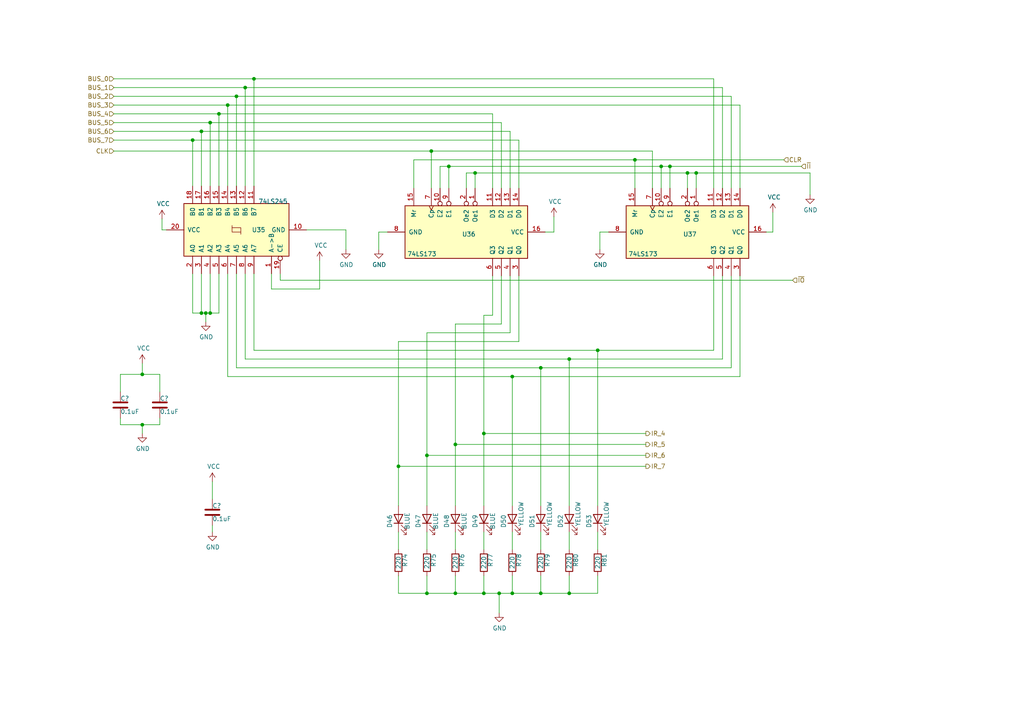
<source format=kicad_sch>
(kicad_sch (version 20230121) (generator eeschema)

  (uuid 0f220e7b-f2ff-4358-bb4b-a6f5654e71ea)

  (paper "A4")

  (lib_symbols
    (symbol "74xx:74LS173" (pin_names (offset 1.016)) (in_bom yes) (on_board yes)
      (property "Reference" "U" (at -7.62 19.05 0)
        (effects (font (size 1.27 1.27)))
      )
      (property "Value" "74LS173" (at -7.62 -19.05 0)
        (effects (font (size 1.27 1.27)))
      )
      (property "Footprint" "" (at 0 0 0)
        (effects (font (size 1.27 1.27)) hide)
      )
      (property "Datasheet" "http://www.ti.com/lit/gpn/sn74LS173" (at 0 0 0)
        (effects (font (size 1.27 1.27)) hide)
      )
      (property "ki_locked" "" (at 0 0 0)
        (effects (font (size 1.27 1.27)))
      )
      (property "ki_keywords" "TTL REG REG4 3State DFF" (at 0 0 0)
        (effects (font (size 1.27 1.27)) hide)
      )
      (property "ki_description" "4-bit D-type Register, 3 state out" (at 0 0 0)
        (effects (font (size 1.27 1.27)) hide)
      )
      (property "ki_fp_filters" "DIP?16*" (at 0 0 0)
        (effects (font (size 1.27 1.27)) hide)
      )
      (symbol "74LS173_1_0"
        (pin input inverted (at -12.7 2.54 0) (length 5.08)
          (name "Oe1" (effects (font (size 1.27 1.27))))
          (number "1" (effects (font (size 1.27 1.27))))
        )
        (pin input inverted (at -12.7 -7.62 0) (length 5.08)
          (name "E2" (effects (font (size 1.27 1.27))))
          (number "10" (effects (font (size 1.27 1.27))))
        )
        (pin input line (at -12.7 7.62 0) (length 5.08)
          (name "D3" (effects (font (size 1.27 1.27))))
          (number "11" (effects (font (size 1.27 1.27))))
        )
        (pin input line (at -12.7 10.16 0) (length 5.08)
          (name "D2" (effects (font (size 1.27 1.27))))
          (number "12" (effects (font (size 1.27 1.27))))
        )
        (pin input line (at -12.7 12.7 0) (length 5.08)
          (name "D1" (effects (font (size 1.27 1.27))))
          (number "13" (effects (font (size 1.27 1.27))))
        )
        (pin input line (at -12.7 15.24 0) (length 5.08)
          (name "D0" (effects (font (size 1.27 1.27))))
          (number "14" (effects (font (size 1.27 1.27))))
        )
        (pin input line (at -12.7 -15.24 0) (length 5.08)
          (name "Mr" (effects (font (size 1.27 1.27))))
          (number "15" (effects (font (size 1.27 1.27))))
        )
        (pin power_in line (at 0 22.86 270) (length 5.08)
          (name "VCC" (effects (font (size 1.27 1.27))))
          (number "16" (effects (font (size 1.27 1.27))))
        )
        (pin input inverted (at -12.7 0 0) (length 5.08)
          (name "Oe2" (effects (font (size 1.27 1.27))))
          (number "2" (effects (font (size 1.27 1.27))))
        )
        (pin tri_state line (at 12.7 15.24 180) (length 5.08)
          (name "Q0" (effects (font (size 1.27 1.27))))
          (number "3" (effects (font (size 1.27 1.27))))
        )
        (pin tri_state line (at 12.7 12.7 180) (length 5.08)
          (name "Q1" (effects (font (size 1.27 1.27))))
          (number "4" (effects (font (size 1.27 1.27))))
        )
        (pin tri_state line (at 12.7 10.16 180) (length 5.08)
          (name "Q2" (effects (font (size 1.27 1.27))))
          (number "5" (effects (font (size 1.27 1.27))))
        )
        (pin tri_state line (at 12.7 7.62 180) (length 5.08)
          (name "Q3" (effects (font (size 1.27 1.27))))
          (number "6" (effects (font (size 1.27 1.27))))
        )
        (pin input clock (at -12.7 -10.16 0) (length 5.08)
          (name "Cp" (effects (font (size 1.27 1.27))))
          (number "7" (effects (font (size 1.27 1.27))))
        )
        (pin power_in line (at 0 -22.86 90) (length 5.08)
          (name "GND" (effects (font (size 1.27 1.27))))
          (number "8" (effects (font (size 1.27 1.27))))
        )
        (pin input inverted (at -12.7 -5.08 0) (length 5.08)
          (name "E1" (effects (font (size 1.27 1.27))))
          (number "9" (effects (font (size 1.27 1.27))))
        )
      )
      (symbol "74LS173_1_1"
        (rectangle (start -7.62 17.78) (end 7.62 -17.78)
          (stroke (width 0.254) (type default))
          (fill (type background))
        )
      )
    )
    (symbol "74xx:74LS245" (pin_names (offset 1.016)) (in_bom yes) (on_board yes)
      (property "Reference" "U" (at -7.62 16.51 0)
        (effects (font (size 1.27 1.27)))
      )
      (property "Value" "74LS245" (at -7.62 -16.51 0)
        (effects (font (size 1.27 1.27)))
      )
      (property "Footprint" "" (at 0 0 0)
        (effects (font (size 1.27 1.27)) hide)
      )
      (property "Datasheet" "http://www.ti.com/lit/gpn/sn74LS245" (at 0 0 0)
        (effects (font (size 1.27 1.27)) hide)
      )
      (property "ki_locked" "" (at 0 0 0)
        (effects (font (size 1.27 1.27)))
      )
      (property "ki_keywords" "TTL BUS 3State" (at 0 0 0)
        (effects (font (size 1.27 1.27)) hide)
      )
      (property "ki_description" "Octal BUS Transceivers, 3-State outputs" (at 0 0 0)
        (effects (font (size 1.27 1.27)) hide)
      )
      (property "ki_fp_filters" "DIP?20*" (at 0 0 0)
        (effects (font (size 1.27 1.27)) hide)
      )
      (symbol "74LS245_1_0"
        (polyline
          (pts
            (xy -0.635 -1.27)
            (xy -0.635 1.27)
            (xy 0.635 1.27)
          )
          (stroke (width 0) (type default))
          (fill (type none))
        )
        (polyline
          (pts
            (xy -1.27 -1.27)
            (xy 0.635 -1.27)
            (xy 0.635 1.27)
            (xy 1.27 1.27)
          )
          (stroke (width 0) (type default))
          (fill (type none))
        )
        (pin input line (at -12.7 -10.16 0) (length 5.08)
          (name "A->B" (effects (font (size 1.27 1.27))))
          (number "1" (effects (font (size 1.27 1.27))))
        )
        (pin power_in line (at 0 -20.32 90) (length 5.08)
          (name "GND" (effects (font (size 1.27 1.27))))
          (number "10" (effects (font (size 1.27 1.27))))
        )
        (pin tri_state line (at 12.7 -5.08 180) (length 5.08)
          (name "B7" (effects (font (size 1.27 1.27))))
          (number "11" (effects (font (size 1.27 1.27))))
        )
        (pin tri_state line (at 12.7 -2.54 180) (length 5.08)
          (name "B6" (effects (font (size 1.27 1.27))))
          (number "12" (effects (font (size 1.27 1.27))))
        )
        (pin tri_state line (at 12.7 0 180) (length 5.08)
          (name "B5" (effects (font (size 1.27 1.27))))
          (number "13" (effects (font (size 1.27 1.27))))
        )
        (pin tri_state line (at 12.7 2.54 180) (length 5.08)
          (name "B4" (effects (font (size 1.27 1.27))))
          (number "14" (effects (font (size 1.27 1.27))))
        )
        (pin tri_state line (at 12.7 5.08 180) (length 5.08)
          (name "B3" (effects (font (size 1.27 1.27))))
          (number "15" (effects (font (size 1.27 1.27))))
        )
        (pin tri_state line (at 12.7 7.62 180) (length 5.08)
          (name "B2" (effects (font (size 1.27 1.27))))
          (number "16" (effects (font (size 1.27 1.27))))
        )
        (pin tri_state line (at 12.7 10.16 180) (length 5.08)
          (name "B1" (effects (font (size 1.27 1.27))))
          (number "17" (effects (font (size 1.27 1.27))))
        )
        (pin tri_state line (at 12.7 12.7 180) (length 5.08)
          (name "B0" (effects (font (size 1.27 1.27))))
          (number "18" (effects (font (size 1.27 1.27))))
        )
        (pin input inverted (at -12.7 -12.7 0) (length 5.08)
          (name "CE" (effects (font (size 1.27 1.27))))
          (number "19" (effects (font (size 1.27 1.27))))
        )
        (pin tri_state line (at -12.7 12.7 0) (length 5.08)
          (name "A0" (effects (font (size 1.27 1.27))))
          (number "2" (effects (font (size 1.27 1.27))))
        )
        (pin power_in line (at 0 20.32 270) (length 5.08)
          (name "VCC" (effects (font (size 1.27 1.27))))
          (number "20" (effects (font (size 1.27 1.27))))
        )
        (pin tri_state line (at -12.7 10.16 0) (length 5.08)
          (name "A1" (effects (font (size 1.27 1.27))))
          (number "3" (effects (font (size 1.27 1.27))))
        )
        (pin tri_state line (at -12.7 7.62 0) (length 5.08)
          (name "A2" (effects (font (size 1.27 1.27))))
          (number "4" (effects (font (size 1.27 1.27))))
        )
        (pin tri_state line (at -12.7 5.08 0) (length 5.08)
          (name "A3" (effects (font (size 1.27 1.27))))
          (number "5" (effects (font (size 1.27 1.27))))
        )
        (pin tri_state line (at -12.7 2.54 0) (length 5.08)
          (name "A4" (effects (font (size 1.27 1.27))))
          (number "6" (effects (font (size 1.27 1.27))))
        )
        (pin tri_state line (at -12.7 0 0) (length 5.08)
          (name "A5" (effects (font (size 1.27 1.27))))
          (number "7" (effects (font (size 1.27 1.27))))
        )
        (pin tri_state line (at -12.7 -2.54 0) (length 5.08)
          (name "A6" (effects (font (size 1.27 1.27))))
          (number "8" (effects (font (size 1.27 1.27))))
        )
        (pin tri_state line (at -12.7 -5.08 0) (length 5.08)
          (name "A7" (effects (font (size 1.27 1.27))))
          (number "9" (effects (font (size 1.27 1.27))))
        )
      )
      (symbol "74LS245_1_1"
        (rectangle (start -7.62 15.24) (end 7.62 -15.24)
          (stroke (width 0.254) (type default))
          (fill (type background))
        )
      )
    )
    (symbol "Device:C" (pin_numbers hide) (pin_names (offset 0.254)) (in_bom yes) (on_board yes)
      (property "Reference" "C" (at 0.635 2.54 0)
        (effects (font (size 1.27 1.27)) (justify left))
      )
      (property "Value" "C" (at 0.635 -2.54 0)
        (effects (font (size 1.27 1.27)) (justify left))
      )
      (property "Footprint" "" (at 0.9652 -3.81 0)
        (effects (font (size 1.27 1.27)) hide)
      )
      (property "Datasheet" "~" (at 0 0 0)
        (effects (font (size 1.27 1.27)) hide)
      )
      (property "ki_keywords" "cap capacitor" (at 0 0 0)
        (effects (font (size 1.27 1.27)) hide)
      )
      (property "ki_description" "Unpolarized capacitor" (at 0 0 0)
        (effects (font (size 1.27 1.27)) hide)
      )
      (property "ki_fp_filters" "C_*" (at 0 0 0)
        (effects (font (size 1.27 1.27)) hide)
      )
      (symbol "C_0_1"
        (polyline
          (pts
            (xy -2.032 -0.762)
            (xy 2.032 -0.762)
          )
          (stroke (width 0.508) (type default))
          (fill (type none))
        )
        (polyline
          (pts
            (xy -2.032 0.762)
            (xy 2.032 0.762)
          )
          (stroke (width 0.508) (type default))
          (fill (type none))
        )
      )
      (symbol "C_1_1"
        (pin passive line (at 0 3.81 270) (length 2.794)
          (name "~" (effects (font (size 1.27 1.27))))
          (number "1" (effects (font (size 1.27 1.27))))
        )
        (pin passive line (at 0 -3.81 90) (length 2.794)
          (name "~" (effects (font (size 1.27 1.27))))
          (number "2" (effects (font (size 1.27 1.27))))
        )
      )
    )
    (symbol "Device:LED" (pin_numbers hide) (pin_names (offset 1.016) hide) (in_bom yes) (on_board yes)
      (property "Reference" "D" (at 0 2.54 0)
        (effects (font (size 1.27 1.27)))
      )
      (property "Value" "LED" (at 0 -2.54 0)
        (effects (font (size 1.27 1.27)))
      )
      (property "Footprint" "" (at 0 0 0)
        (effects (font (size 1.27 1.27)) hide)
      )
      (property "Datasheet" "~" (at 0 0 0)
        (effects (font (size 1.27 1.27)) hide)
      )
      (property "ki_keywords" "LED diode" (at 0 0 0)
        (effects (font (size 1.27 1.27)) hide)
      )
      (property "ki_description" "Light emitting diode" (at 0 0 0)
        (effects (font (size 1.27 1.27)) hide)
      )
      (property "ki_fp_filters" "LED* LED_SMD:* LED_THT:*" (at 0 0 0)
        (effects (font (size 1.27 1.27)) hide)
      )
      (symbol "LED_0_1"
        (polyline
          (pts
            (xy -1.27 -1.27)
            (xy -1.27 1.27)
          )
          (stroke (width 0.254) (type default))
          (fill (type none))
        )
        (polyline
          (pts
            (xy -1.27 0)
            (xy 1.27 0)
          )
          (stroke (width 0) (type default))
          (fill (type none))
        )
        (polyline
          (pts
            (xy 1.27 -1.27)
            (xy 1.27 1.27)
            (xy -1.27 0)
            (xy 1.27 -1.27)
          )
          (stroke (width 0.254) (type default))
          (fill (type none))
        )
        (polyline
          (pts
            (xy -3.048 -0.762)
            (xy -4.572 -2.286)
            (xy -3.81 -2.286)
            (xy -4.572 -2.286)
            (xy -4.572 -1.524)
          )
          (stroke (width 0) (type default))
          (fill (type none))
        )
        (polyline
          (pts
            (xy -1.778 -0.762)
            (xy -3.302 -2.286)
            (xy -2.54 -2.286)
            (xy -3.302 -2.286)
            (xy -3.302 -1.524)
          )
          (stroke (width 0) (type default))
          (fill (type none))
        )
      )
      (symbol "LED_1_1"
        (pin passive line (at -3.81 0 0) (length 2.54)
          (name "K" (effects (font (size 1.27 1.27))))
          (number "1" (effects (font (size 1.27 1.27))))
        )
        (pin passive line (at 3.81 0 180) (length 2.54)
          (name "A" (effects (font (size 1.27 1.27))))
          (number "2" (effects (font (size 1.27 1.27))))
        )
      )
    )
    (symbol "Device:R" (pin_numbers hide) (pin_names (offset 0)) (in_bom yes) (on_board yes)
      (property "Reference" "R" (at 2.032 0 90)
        (effects (font (size 1.27 1.27)))
      )
      (property "Value" "R" (at 0 0 90)
        (effects (font (size 1.27 1.27)))
      )
      (property "Footprint" "" (at -1.778 0 90)
        (effects (font (size 1.27 1.27)) hide)
      )
      (property "Datasheet" "~" (at 0 0 0)
        (effects (font (size 1.27 1.27)) hide)
      )
      (property "ki_keywords" "R res resistor" (at 0 0 0)
        (effects (font (size 1.27 1.27)) hide)
      )
      (property "ki_description" "Resistor" (at 0 0 0)
        (effects (font (size 1.27 1.27)) hide)
      )
      (property "ki_fp_filters" "R_*" (at 0 0 0)
        (effects (font (size 1.27 1.27)) hide)
      )
      (symbol "R_0_1"
        (rectangle (start -1.016 -2.54) (end 1.016 2.54)
          (stroke (width 0.254) (type default))
          (fill (type none))
        )
      )
      (symbol "R_1_1"
        (pin passive line (at 0 3.81 270) (length 1.27)
          (name "~" (effects (font (size 1.27 1.27))))
          (number "1" (effects (font (size 1.27 1.27))))
        )
        (pin passive line (at 0 -3.81 90) (length 1.27)
          (name "~" (effects (font (size 1.27 1.27))))
          (number "2" (effects (font (size 1.27 1.27))))
        )
      )
    )
    (symbol "power:GND" (power) (pin_names (offset 0)) (in_bom yes) (on_board yes)
      (property "Reference" "#PWR" (at 0 -6.35 0)
        (effects (font (size 1.27 1.27)) hide)
      )
      (property "Value" "GND" (at 0 -3.81 0)
        (effects (font (size 1.27 1.27)))
      )
      (property "Footprint" "" (at 0 0 0)
        (effects (font (size 1.27 1.27)) hide)
      )
      (property "Datasheet" "" (at 0 0 0)
        (effects (font (size 1.27 1.27)) hide)
      )
      (property "ki_keywords" "global power" (at 0 0 0)
        (effects (font (size 1.27 1.27)) hide)
      )
      (property "ki_description" "Power symbol creates a global label with name \"GND\" , ground" (at 0 0 0)
        (effects (font (size 1.27 1.27)) hide)
      )
      (symbol "GND_0_1"
        (polyline
          (pts
            (xy 0 0)
            (xy 0 -1.27)
            (xy 1.27 -1.27)
            (xy 0 -2.54)
            (xy -1.27 -1.27)
            (xy 0 -1.27)
          )
          (stroke (width 0) (type default))
          (fill (type none))
        )
      )
      (symbol "GND_1_1"
        (pin power_in line (at 0 0 270) (length 0) hide
          (name "GND" (effects (font (size 1.27 1.27))))
          (number "1" (effects (font (size 1.27 1.27))))
        )
      )
    )
    (symbol "power:VCC" (power) (pin_names (offset 0)) (in_bom yes) (on_board yes)
      (property "Reference" "#PWR" (at 0 -3.81 0)
        (effects (font (size 1.27 1.27)) hide)
      )
      (property "Value" "VCC" (at 0 3.81 0)
        (effects (font (size 1.27 1.27)))
      )
      (property "Footprint" "" (at 0 0 0)
        (effects (font (size 1.27 1.27)) hide)
      )
      (property "Datasheet" "" (at 0 0 0)
        (effects (font (size 1.27 1.27)) hide)
      )
      (property "ki_keywords" "global power" (at 0 0 0)
        (effects (font (size 1.27 1.27)) hide)
      )
      (property "ki_description" "Power symbol creates a global label with name \"VCC\"" (at 0 0 0)
        (effects (font (size 1.27 1.27)) hide)
      )
      (symbol "VCC_0_1"
        (polyline
          (pts
            (xy -0.762 1.27)
            (xy 0 2.54)
          )
          (stroke (width 0) (type default))
          (fill (type none))
        )
        (polyline
          (pts
            (xy 0 0)
            (xy 0 2.54)
          )
          (stroke (width 0) (type default))
          (fill (type none))
        )
        (polyline
          (pts
            (xy 0 2.54)
            (xy 0.762 1.27)
          )
          (stroke (width 0) (type default))
          (fill (type none))
        )
      )
      (symbol "VCC_1_1"
        (pin power_in line (at 0 0 90) (length 0) hide
          (name "VCC" (effects (font (size 1.27 1.27))))
          (number "1" (effects (font (size 1.27 1.27))))
        )
      )
    )
  )

  (junction (at 58.42 90.805) (diameter 0) (color 0 0 0 0)
    (uuid 055f68fd-ac6a-4c84-bf5c-aca1fffbaa16)
  )
  (junction (at 140.335 125.73) (diameter 0) (color 0 0 0 0)
    (uuid 0564a9bb-5961-4c53-a3cd-f7cedab48108)
  )
  (junction (at 132.08 172.085) (diameter 0) (color 0 0 0 0)
    (uuid 07ce41de-cea6-41e8-9886-6cac1589c05e)
  )
  (junction (at 60.96 90.805) (diameter 0) (color 0 0 0 0)
    (uuid 09816cc0-a80b-412c-a64d-a062352da53e)
  )
  (junction (at 201.93 50.165) (diameter 0) (color 0 0 0 0)
    (uuid 0b58ee73-2965-4374-b371-e820213ff397)
  )
  (junction (at 130.175 48.26) (diameter 0) (color 0 0 0 0)
    (uuid 0fc62dc7-6955-43a2-8680-4ac6d00fa506)
  )
  (junction (at 125.095 43.815) (diameter 0) (color 0 0 0 0)
    (uuid 25ca63d2-92c4-4bb8-9de8-124237578761)
  )
  (junction (at 148.59 109.22) (diameter 0) (color 0 0 0 0)
    (uuid 26ff32a7-5f0c-46ab-88de-7a6d4b5c9348)
  )
  (junction (at 59.69 90.805) (diameter 0) (color 0 0 0 0)
    (uuid 28d542dc-8b07-408e-b5b2-5451997d358d)
  )
  (junction (at 71.12 25.4) (diameter 0) (color 0 0 0 0)
    (uuid 2aa4f128-6388-4de1-918e-8b28c37c46fe)
  )
  (junction (at 123.825 172.085) (diameter 0) (color 0 0 0 0)
    (uuid 35ec2f9b-7975-4256-8e66-57aaac4288a4)
  )
  (junction (at 173.355 101.6) (diameter 0) (color 0 0 0 0)
    (uuid 485dcb29-0451-460c-b3eb-54629cc64af0)
  )
  (junction (at 115.57 135.255) (diameter 0) (color 0 0 0 0)
    (uuid 5059ace7-ab2c-4655-a767-f298664ca243)
  )
  (junction (at 156.845 172.085) (diameter 0) (color 0 0 0 0)
    (uuid 55683420-a1a5-4ec0-bab8-a90a2b023992)
  )
  (junction (at 191.77 48.26) (diameter 0) (color 0 0 0 0)
    (uuid 562fb6e4-2042-4b4c-b283-293d04a27b64)
  )
  (junction (at 165.1 172.085) (diameter 0) (color 0 0 0 0)
    (uuid 624dcdff-ea24-41fd-abdf-87f7905a43b4)
  )
  (junction (at 194.31 48.26) (diameter 0) (color 0 0 0 0)
    (uuid 7e68eae8-7a70-4b18-a877-cfc52f6de080)
  )
  (junction (at 148.59 172.085) (diameter 0) (color 0 0 0 0)
    (uuid 82a32ffe-1d17-47cc-9cc8-a8babdedaf00)
  )
  (junction (at 165.1 104.14) (diameter 0) (color 0 0 0 0)
    (uuid 83099a63-346c-491e-ac35-de154da0f968)
  )
  (junction (at 66.04 30.48) (diameter 0) (color 0 0 0 0)
    (uuid 88297faa-0265-44f1-9d5d-1fb5ecf8668d)
  )
  (junction (at 140.335 172.085) (diameter 0) (color 0 0 0 0)
    (uuid 8ba887e1-1364-472a-8542-c460fa88c64d)
  )
  (junction (at 60.96 35.56) (diameter 0) (color 0 0 0 0)
    (uuid 8d76cc3b-84df-4c3a-aa70-400e91b4b030)
  )
  (junction (at 144.78 172.085) (diameter 0) (color 0 0 0 0)
    (uuid 95071077-0785-455a-a020-0228ca61ce0e)
  )
  (junction (at 199.39 50.165) (diameter 0) (color 0 0 0 0)
    (uuid 99d55f7e-141a-48f2-9386-ec0789258085)
  )
  (junction (at 123.825 132.08) (diameter 0) (color 0 0 0 0)
    (uuid 9dd7b67f-0913-499e-8c65-b6d29c730b1b)
  )
  (junction (at 73.66 22.86) (diameter 0) (color 0 0 0 0)
    (uuid aa90fe71-ad90-463b-972c-790aed7775a6)
  )
  (junction (at 68.58 27.94) (diameter 0) (color 0 0 0 0)
    (uuid b38a4930-64cb-48db-9b07-d381e115e399)
  )
  (junction (at 132.08 128.905) (diameter 0) (color 0 0 0 0)
    (uuid bd9532b6-e82f-4c82-b0b0-dffe73321287)
  )
  (junction (at 41.275 108.585) (diameter 0) (color 0 0 0 0)
    (uuid c267308c-4993-4b5a-9177-33b1a964f78c)
  )
  (junction (at 58.42 38.1) (diameter 0) (color 0 0 0 0)
    (uuid d13ada36-0b57-498e-8975-889eef3191ca)
  )
  (junction (at 63.5 33.02) (diameter 0) (color 0 0 0 0)
    (uuid e48e2732-bc5e-42fa-a887-5bb4f7201472)
  )
  (junction (at 137.795 50.165) (diameter 0) (color 0 0 0 0)
    (uuid e4aea3e7-86f0-4dac-ae1c-4c42c5eec72e)
  )
  (junction (at 55.88 40.64) (diameter 0) (color 0 0 0 0)
    (uuid e5da3111-e38f-4dcd-91c0-231e96256e0b)
  )
  (junction (at 184.15 46.355) (diameter 0) (color 0 0 0 0)
    (uuid eaac0ad1-5d37-4e00-870a-b366718ac160)
  )
  (junction (at 156.845 106.68) (diameter 0) (color 0 0 0 0)
    (uuid eba27156-7872-4a9a-a9e2-a8fcea5fd52a)
  )
  (junction (at 41.275 123.19) (diameter 0) (color 0 0 0 0)
    (uuid fb4c452f-2f70-4dab-9c39-8c716213d050)
  )

  (wire (pts (xy 33.02 30.48) (xy 66.04 30.48))
    (stroke (width 0) (type default))
    (uuid 017dfd1a-858a-4a47-9ef3-1ed9e075c463)
  )
  (wire (pts (xy 207.01 22.86) (xy 207.01 54.61))
    (stroke (width 0) (type default))
    (uuid 01caccf8-6c66-4be6-a474-d9d2636717b1)
  )
  (wire (pts (xy 55.88 40.64) (xy 55.88 53.975))
    (stroke (width 0) (type default))
    (uuid 0242307c-aad8-4cb3-8885-dd56cfe33080)
  )
  (wire (pts (xy 125.095 43.815) (xy 125.095 54.61))
    (stroke (width 0) (type default))
    (uuid 0879c5d1-1cf2-465e-980a-8e54bcf9c106)
  )
  (wire (pts (xy 156.845 154.305) (xy 156.845 159.385))
    (stroke (width 0) (type default))
    (uuid 0c276ca7-cb63-405b-b112-7032f184b2f1)
  )
  (wire (pts (xy 132.08 154.305) (xy 132.08 159.385))
    (stroke (width 0) (type default))
    (uuid 0cd8db50-6339-4a7a-8057-a1851f653d3c)
  )
  (wire (pts (xy 123.825 167.005) (xy 123.825 172.085))
    (stroke (width 0) (type default))
    (uuid 11927326-ceb5-4ecc-a4f3-3bf90e05f80c)
  )
  (wire (pts (xy 73.66 22.86) (xy 207.01 22.86))
    (stroke (width 0) (type default))
    (uuid 1371384e-a149-46c5-abe2-51977bece42c)
  )
  (wire (pts (xy 58.42 79.375) (xy 58.42 90.805))
    (stroke (width 0) (type default))
    (uuid 1494ba71-d665-434d-9a0e-e45aee55a0e8)
  )
  (wire (pts (xy 63.5 90.805) (xy 63.5 79.375))
    (stroke (width 0) (type default))
    (uuid 15340a31-f505-4113-98b8-c1da100782e1)
  )
  (wire (pts (xy 81.28 79.375) (xy 81.28 81.28))
    (stroke (width 0) (type default))
    (uuid 156e33da-cc1d-4c05-bd7c-7ee013e30a6a)
  )
  (wire (pts (xy 73.66 101.6) (xy 73.66 79.375))
    (stroke (width 0) (type default))
    (uuid 225fda0c-0dfa-4d6f-89ac-33acf99296ba)
  )
  (wire (pts (xy 184.15 46.355) (xy 184.15 54.61))
    (stroke (width 0) (type default))
    (uuid 23a35cdd-f734-4a61-b075-6ebe342b30f3)
  )
  (wire (pts (xy 199.39 50.165) (xy 201.93 50.165))
    (stroke (width 0) (type default))
    (uuid 2454d212-866f-4968-ba4b-a5a86b1292b5)
  )
  (wire (pts (xy 156.845 172.085) (xy 165.1 172.085))
    (stroke (width 0) (type default))
    (uuid 259974c1-b110-4648-af09-cc2b367ed8f6)
  )
  (wire (pts (xy 145.415 35.56) (xy 145.415 54.61))
    (stroke (width 0) (type default))
    (uuid 27554801-645b-4c69-8691-7d8c48c62cc8)
  )
  (wire (pts (xy 123.825 96.52) (xy 123.825 132.08))
    (stroke (width 0) (type default))
    (uuid 27ffebe2-6ee6-4bd0-93eb-4d66bd8c9979)
  )
  (wire (pts (xy 115.57 172.085) (xy 123.825 172.085))
    (stroke (width 0) (type default))
    (uuid 28603c84-3ff8-40e2-a416-939356089534)
  )
  (wire (pts (xy 88.9 66.675) (xy 100.33 66.675))
    (stroke (width 0) (type default))
    (uuid 2bc9d1d7-c57b-47da-9eb1-7253ad057dfb)
  )
  (wire (pts (xy 165.1 104.14) (xy 165.1 146.685))
    (stroke (width 0) (type default))
    (uuid 2c6c5039-4fe3-4c02-8eaf-836e05db1bc8)
  )
  (wire (pts (xy 73.66 22.86) (xy 73.66 53.975))
    (stroke (width 0) (type default))
    (uuid 2fac6d1a-4cf0-48a6-8aaa-b7d810db9046)
  )
  (wire (pts (xy 224.155 61.595) (xy 224.155 67.31))
    (stroke (width 0) (type default))
    (uuid 2ff6c795-7d96-4819-9548-a2016853ffc1)
  )
  (wire (pts (xy 115.57 154.305) (xy 115.57 159.385))
    (stroke (width 0) (type default))
    (uuid 2ffef151-07de-4b82-8ce7-720259c0305d)
  )
  (wire (pts (xy 156.845 106.68) (xy 68.58 106.68))
    (stroke (width 0) (type default))
    (uuid 3139f932-962a-4c72-a176-45d2bc145fe6)
  )
  (wire (pts (xy 130.175 48.26) (xy 191.77 48.26))
    (stroke (width 0) (type default))
    (uuid 33d1c165-ab99-4b7d-adcf-a21ad4f93a1c)
  )
  (wire (pts (xy 59.69 90.805) (xy 60.96 90.805))
    (stroke (width 0) (type default))
    (uuid 349674da-89f8-49f6-a73e-7d911143125c)
  )
  (wire (pts (xy 123.825 96.52) (xy 147.955 96.52))
    (stroke (width 0) (type default))
    (uuid 3874c0a3-5a53-45d6-b262-24b2b93ad8a3)
  )
  (wire (pts (xy 132.08 172.085) (xy 140.335 172.085))
    (stroke (width 0) (type default))
    (uuid 3a37ecdd-2f9c-4069-9a50-c296986e6d7e)
  )
  (wire (pts (xy 140.335 167.005) (xy 140.335 172.085))
    (stroke (width 0) (type default))
    (uuid 3d345e38-7fac-44e0-acc8-033ffaaab0e0)
  )
  (wire (pts (xy 120.015 54.61) (xy 120.015 46.355))
    (stroke (width 0) (type default))
    (uuid 3de5f749-9e33-4f7e-9e4f-dfcf79ed36aa)
  )
  (wire (pts (xy 46.355 108.585) (xy 41.275 108.585))
    (stroke (width 0) (type default))
    (uuid 3e89f09d-2720-4932-8212-380c1730b735)
  )
  (wire (pts (xy 115.57 99.06) (xy 150.495 99.06))
    (stroke (width 0) (type default))
    (uuid 3ea99349-d716-47f3-8c19-727019369d2f)
  )
  (wire (pts (xy 214.63 30.48) (xy 214.63 54.61))
    (stroke (width 0) (type default))
    (uuid 3fc1f953-99b1-4252-9a4f-0eaa395b3a43)
  )
  (wire (pts (xy 207.01 101.6) (xy 173.355 101.6))
    (stroke (width 0) (type default))
    (uuid 4275031c-22bc-4869-bb0b-0273d509fee5)
  )
  (wire (pts (xy 194.31 48.26) (xy 194.31 54.61))
    (stroke (width 0) (type default))
    (uuid 42860d75-7b84-4d39-affe-af83f558e441)
  )
  (wire (pts (xy 160.655 67.31) (xy 158.115 67.31))
    (stroke (width 0) (type default))
    (uuid 45c6faa6-1d84-477a-818c-feb71e83bc78)
  )
  (wire (pts (xy 63.5 33.02) (xy 63.5 53.975))
    (stroke (width 0) (type default))
    (uuid 468da3c1-3933-409b-8d1f-82cf6a9b16dc)
  )
  (wire (pts (xy 234.95 50.165) (xy 234.95 56.515))
    (stroke (width 0) (type default))
    (uuid 47ba44e7-b551-4d80-84eb-06098bf4a4ef)
  )
  (wire (pts (xy 209.55 104.14) (xy 209.55 80.01))
    (stroke (width 0) (type default))
    (uuid 482db7d6-5699-4463-bd70-62a283e1f474)
  )
  (wire (pts (xy 33.02 22.86) (xy 73.66 22.86))
    (stroke (width 0) (type default))
    (uuid 49f7fa06-9ce0-4f71-9d7f-5119151896e2)
  )
  (wire (pts (xy 224.155 67.31) (xy 222.25 67.31))
    (stroke (width 0) (type default))
    (uuid 4a516cf2-854b-4d7b-9910-bddc24a92b01)
  )
  (wire (pts (xy 144.78 172.085) (xy 148.59 172.085))
    (stroke (width 0) (type default))
    (uuid 4c5ef38a-ffb1-4954-a028-3a0545e347bc)
  )
  (wire (pts (xy 150.495 40.64) (xy 150.495 54.61))
    (stroke (width 0) (type default))
    (uuid 4fc48079-dbd0-46b4-86d6-3af18f9e3602)
  )
  (wire (pts (xy 123.825 132.08) (xy 123.825 146.685))
    (stroke (width 0) (type default))
    (uuid 501b7597-00be-4bb2-97fe-995f33d50bf4)
  )
  (wire (pts (xy 33.02 38.1) (xy 58.42 38.1))
    (stroke (width 0) (type default))
    (uuid 51a78f2f-5a3a-4d1f-9f7f-046303f61322)
  )
  (wire (pts (xy 46.99 63.5) (xy 46.99 66.675))
    (stroke (width 0) (type default))
    (uuid 52590990-1459-44f3-ac57-0ab3a9fa3afa)
  )
  (wire (pts (xy 68.58 106.68) (xy 68.58 79.375))
    (stroke (width 0) (type default))
    (uuid 529a0ea4-4711-47c8-a3e9-5f00f1cdf426)
  )
  (wire (pts (xy 160.655 62.865) (xy 160.655 67.31))
    (stroke (width 0) (type default))
    (uuid 52e4fda4-b2d5-460e-85d1-907a5302f28c)
  )
  (wire (pts (xy 132.08 93.98) (xy 145.415 93.98))
    (stroke (width 0) (type default))
    (uuid 53aeef08-2941-4bf3-87a6-df6a50732bcb)
  )
  (wire (pts (xy 60.96 79.375) (xy 60.96 90.805))
    (stroke (width 0) (type default))
    (uuid 540d66fe-adb6-4a73-a40d-49ff8834d08c)
  )
  (wire (pts (xy 137.795 50.165) (xy 137.795 54.61))
    (stroke (width 0) (type default))
    (uuid 54992ff2-c3f5-4ba0-9952-0750a0cb2802)
  )
  (wire (pts (xy 140.335 125.73) (xy 140.335 146.685))
    (stroke (width 0) (type default))
    (uuid 567b99f3-cdca-4af8-b825-9e0b2f2ba0d0)
  )
  (wire (pts (xy 140.335 91.44) (xy 140.335 125.73))
    (stroke (width 0) (type default))
    (uuid 568a77ab-57d4-480f-a0e3-5346088a1019)
  )
  (wire (pts (xy 71.12 25.4) (xy 71.12 53.975))
    (stroke (width 0) (type default))
    (uuid 59097cff-4d2f-4bc7-82a6-84f111ed964c)
  )
  (wire (pts (xy 165.1 167.005) (xy 165.1 172.085))
    (stroke (width 0) (type default))
    (uuid 5982914e-37c5-4a6f-965a-257c55f971c1)
  )
  (wire (pts (xy 66.04 30.48) (xy 214.63 30.48))
    (stroke (width 0) (type default))
    (uuid 5a4a1a9d-cb7f-40e9-b2a4-cf7885d0024f)
  )
  (wire (pts (xy 173.99 67.31) (xy 173.99 72.39))
    (stroke (width 0) (type default))
    (uuid 5c09fef4-53a8-4f75-9e46-8f7dcf489573)
  )
  (wire (pts (xy 71.12 25.4) (xy 209.55 25.4))
    (stroke (width 0) (type default))
    (uuid 5d75a250-288c-46c4-9148-a180297cd298)
  )
  (wire (pts (xy 194.31 48.26) (xy 232.41 48.26))
    (stroke (width 0) (type default))
    (uuid 5d961290-fade-4fcd-bdc3-9d7caa118954)
  )
  (wire (pts (xy 191.77 48.26) (xy 194.31 48.26))
    (stroke (width 0) (type default))
    (uuid 5f422bdc-0b82-4356-99c8-b2d2e4c1aa52)
  )
  (wire (pts (xy 214.63 109.22) (xy 214.63 80.01))
    (stroke (width 0) (type default))
    (uuid 61117d2d-9843-4e24-949a-189a626e78a7)
  )
  (wire (pts (xy 144.78 172.085) (xy 144.78 177.8))
    (stroke (width 0) (type default))
    (uuid 62a1b123-61b7-4751-b316-67547432bfa3)
  )
  (wire (pts (xy 173.355 154.305) (xy 173.355 159.385))
    (stroke (width 0) (type default))
    (uuid 64013f21-5305-4b74-862b-6867dce42ab4)
  )
  (wire (pts (xy 34.925 121.285) (xy 34.925 123.19))
    (stroke (width 0) (type default))
    (uuid 64c050ff-6723-4dc7-a639-d9e77a810722)
  )
  (wire (pts (xy 34.925 123.19) (xy 41.275 123.19))
    (stroke (width 0) (type default))
    (uuid 665f6c7c-06ee-4e65-a8a1-1f7b20add55b)
  )
  (wire (pts (xy 165.1 154.305) (xy 165.1 159.385))
    (stroke (width 0) (type default))
    (uuid 67664892-5eee-40a4-abd9-fa35f05c8ee2)
  )
  (wire (pts (xy 148.59 109.22) (xy 148.59 146.685))
    (stroke (width 0) (type default))
    (uuid 68d43e97-4822-4ecd-9cdd-6e2d590bace5)
  )
  (wire (pts (xy 123.825 172.085) (xy 132.08 172.085))
    (stroke (width 0) (type default))
    (uuid 69005a4a-787f-4840-8c73-9484ea968716)
  )
  (wire (pts (xy 66.04 79.375) (xy 66.04 109.22))
    (stroke (width 0) (type default))
    (uuid 6be6080a-63d0-4c17-ba9f-e33a94df785f)
  )
  (wire (pts (xy 135.255 54.61) (xy 135.255 50.165))
    (stroke (width 0) (type default))
    (uuid 6be84e12-06ec-49cf-918b-bd97aec0706d)
  )
  (wire (pts (xy 60.96 90.805) (xy 63.5 90.805))
    (stroke (width 0) (type default))
    (uuid 6c8127de-b671-4ca6-90e1-ff7a475b63f7)
  )
  (wire (pts (xy 115.57 135.255) (xy 187.325 135.255))
    (stroke (width 0) (type default))
    (uuid 6d3228e6-c2ac-4f51-9697-8ec331c2db3e)
  )
  (wire (pts (xy 173.355 172.085) (xy 173.355 167.005))
    (stroke (width 0) (type default))
    (uuid 7042fbed-6d60-42f5-be12-4202feee964e)
  )
  (wire (pts (xy 68.58 27.94) (xy 212.09 27.94))
    (stroke (width 0) (type default))
    (uuid 726a2363-0ae1-4041-af7f-9a918aea5d03)
  )
  (wire (pts (xy 130.175 48.26) (xy 130.175 54.61))
    (stroke (width 0) (type default))
    (uuid 7579b26d-e94d-4e85-9788-16eead648b60)
  )
  (wire (pts (xy 33.02 43.815) (xy 125.095 43.815))
    (stroke (width 0) (type default))
    (uuid 775a22cf-0272-4f08-91d4-31abfd23695c)
  )
  (wire (pts (xy 212.09 80.01) (xy 212.09 106.68))
    (stroke (width 0) (type default))
    (uuid 782a404a-6720-4692-9e80-21f3d669f2b1)
  )
  (wire (pts (xy 123.825 132.08) (xy 187.325 132.08))
    (stroke (width 0) (type default))
    (uuid 787dc0dc-aa48-4028-ba55-9ab1991567a3)
  )
  (wire (pts (xy 46.355 113.665) (xy 46.355 108.585))
    (stroke (width 0) (type default))
    (uuid 78d9a863-3b58-4963-8624-c33daac029ed)
  )
  (wire (pts (xy 140.335 172.085) (xy 144.78 172.085))
    (stroke (width 0) (type default))
    (uuid 81d7e016-c235-4440-b5c5-b5a1d89b4968)
  )
  (wire (pts (xy 46.355 123.19) (xy 46.355 121.285))
    (stroke (width 0) (type default))
    (uuid 8494633e-d203-42c9-ace0-63b2a7be5f6f)
  )
  (wire (pts (xy 148.59 167.005) (xy 148.59 172.085))
    (stroke (width 0) (type default))
    (uuid 863aa919-5289-49b3-905a-45c7634a61d7)
  )
  (wire (pts (xy 55.88 40.64) (xy 150.495 40.64))
    (stroke (width 0) (type default))
    (uuid 87f56699-0417-4da8-9a1f-cb69aa834f26)
  )
  (wire (pts (xy 59.69 90.805) (xy 59.69 93.345))
    (stroke (width 0) (type default))
    (uuid 8a0da7d8-b495-46fa-849f-67c3b2036706)
  )
  (wire (pts (xy 201.93 50.165) (xy 234.95 50.165))
    (stroke (width 0) (type default))
    (uuid 8c59caaa-d297-4773-8187-36c07adcb678)
  )
  (wire (pts (xy 115.57 99.06) (xy 115.57 135.255))
    (stroke (width 0) (type default))
    (uuid 8db60152-e6ed-4f8d-8b1b-407c273f3f18)
  )
  (wire (pts (xy 156.845 167.005) (xy 156.845 172.085))
    (stroke (width 0) (type default))
    (uuid 8e3e8303-e1c5-4b8b-8b14-31bfd0d5ab30)
  )
  (wire (pts (xy 34.925 108.585) (xy 41.275 108.585))
    (stroke (width 0) (type default))
    (uuid 8ed6cfb2-24a9-4e5b-a1b2-c25a3964bb6c)
  )
  (wire (pts (xy 140.335 125.73) (xy 187.325 125.73))
    (stroke (width 0) (type default))
    (uuid 8f1f654e-619c-42cc-a618-581fa6d20c79)
  )
  (wire (pts (xy 132.08 128.905) (xy 187.325 128.905))
    (stroke (width 0) (type default))
    (uuid 90284ef5-94e3-4282-955c-242f1e986758)
  )
  (wire (pts (xy 41.275 123.19) (xy 46.355 123.19))
    (stroke (width 0) (type default))
    (uuid 90e81ef8-c3da-4044-b939-b97298dc43fa)
  )
  (wire (pts (xy 71.12 79.375) (xy 71.12 104.14))
    (stroke (width 0) (type default))
    (uuid 91da7b2f-ecd5-496d-a7d7-95a5fb9102d8)
  )
  (wire (pts (xy 156.845 106.68) (xy 156.845 146.685))
    (stroke (width 0) (type default))
    (uuid 920dc558-33ce-4f32-9957-e9ae7c89d7b9)
  )
  (wire (pts (xy 112.395 67.31) (xy 109.855 67.31))
    (stroke (width 0) (type default))
    (uuid 924e8146-31f0-424d-a386-fc56946866e6)
  )
  (wire (pts (xy 148.59 109.22) (xy 214.63 109.22))
    (stroke (width 0) (type default))
    (uuid 976687a1-b1b0-4baa-9956-6215152df662)
  )
  (wire (pts (xy 140.335 154.305) (xy 140.335 159.385))
    (stroke (width 0) (type default))
    (uuid 97b8cb0b-14b3-4687-957d-02d2770eccee)
  )
  (wire (pts (xy 123.825 154.305) (xy 123.825 159.385))
    (stroke (width 0) (type default))
    (uuid 9bed5622-c524-4bc1-b043-a549973375cd)
  )
  (wire (pts (xy 148.59 172.085) (xy 156.845 172.085))
    (stroke (width 0) (type default))
    (uuid 9c4427eb-a48c-4bf5-b090-4c909ac03670)
  )
  (wire (pts (xy 209.55 25.4) (xy 209.55 54.61))
    (stroke (width 0) (type default))
    (uuid 9cb51b67-006e-4853-b179-fe1c936038fa)
  )
  (wire (pts (xy 78.74 83.82) (xy 92.71 83.82))
    (stroke (width 0) (type default))
    (uuid 9d77996f-9768-4968-b027-0e2d868232f4)
  )
  (wire (pts (xy 92.71 83.82) (xy 92.71 75.565))
    (stroke (width 0) (type default))
    (uuid 9dcf46f1-6f9d-463b-a352-36b6558fa92c)
  )
  (wire (pts (xy 46.99 66.675) (xy 48.26 66.675))
    (stroke (width 0) (type default))
    (uuid 9e7471ff-8515-49e0-a97c-39f52ddb78b6)
  )
  (wire (pts (xy 147.955 38.1) (xy 147.955 54.61))
    (stroke (width 0) (type default))
    (uuid 9fde6869-700f-4a13-a952-650563cc6d96)
  )
  (wire (pts (xy 109.855 67.31) (xy 109.855 72.39))
    (stroke (width 0) (type default))
    (uuid a044e10d-08e2-466a-89e3-65b935aadcfd)
  )
  (wire (pts (xy 147.955 96.52) (xy 147.955 80.01))
    (stroke (width 0) (type default))
    (uuid a1eef002-3ed5-4104-8480-25e4b30745f4)
  )
  (wire (pts (xy 66.04 109.22) (xy 148.59 109.22))
    (stroke (width 0) (type default))
    (uuid a1f17075-1350-4ec9-beff-f36b2e895f6c)
  )
  (wire (pts (xy 33.02 35.56) (xy 60.96 35.56))
    (stroke (width 0) (type default))
    (uuid a51c4902-631e-4e56-b253-c1605220553d)
  )
  (wire (pts (xy 100.33 66.675) (xy 100.33 72.39))
    (stroke (width 0) (type default))
    (uuid a61a2e70-e834-4aa3-be5c-998de1e58ac6)
  )
  (wire (pts (xy 55.88 90.805) (xy 58.42 90.805))
    (stroke (width 0) (type default))
    (uuid a7ae3e90-b096-41a6-a0f9-2f935ffda314)
  )
  (wire (pts (xy 176.53 67.31) (xy 173.99 67.31))
    (stroke (width 0) (type default))
    (uuid ab0353cb-9765-42fe-a75c-2254cf2e8548)
  )
  (wire (pts (xy 58.42 38.1) (xy 58.42 53.975))
    (stroke (width 0) (type default))
    (uuid ad7a0c03-38e5-4ced-afc0-9066a5f3b2f7)
  )
  (wire (pts (xy 132.08 128.905) (xy 132.08 146.685))
    (stroke (width 0) (type default))
    (uuid af75bc33-7861-4d52-bed6-46ba97349c8d)
  )
  (wire (pts (xy 212.09 106.68) (xy 156.845 106.68))
    (stroke (width 0) (type default))
    (uuid afd2b2c1-3fe4-4d8f-a4f1-65cd58bb2693)
  )
  (wire (pts (xy 63.5 33.02) (xy 142.875 33.02))
    (stroke (width 0) (type default))
    (uuid b1717707-6677-4721-b61c-7c071180b466)
  )
  (wire (pts (xy 81.28 81.28) (xy 229.87 81.28))
    (stroke (width 0) (type default))
    (uuid b2af251d-e37d-4054-8498-07ae87641c11)
  )
  (wire (pts (xy 66.04 30.48) (xy 66.04 53.975))
    (stroke (width 0) (type default))
    (uuid b6590255-180f-46cc-b502-a71bd48c3579)
  )
  (wire (pts (xy 173.355 101.6) (xy 173.355 146.685))
    (stroke (width 0) (type default))
    (uuid b7818e03-10e7-47b3-b384-c9b798e32505)
  )
  (wire (pts (xy 41.275 105.41) (xy 41.275 108.585))
    (stroke (width 0) (type default))
    (uuid ba20f497-9c65-48da-895f-1920f73b5a05)
  )
  (wire (pts (xy 212.09 27.94) (xy 212.09 54.61))
    (stroke (width 0) (type default))
    (uuid be701389-a743-48a8-973f-468a7717e5c8)
  )
  (wire (pts (xy 68.58 27.94) (xy 68.58 53.975))
    (stroke (width 0) (type default))
    (uuid c027ecd0-fd20-456e-a499-41459b7fbd4d)
  )
  (wire (pts (xy 33.02 27.94) (xy 68.58 27.94))
    (stroke (width 0) (type default))
    (uuid c0dad497-6a7d-42ea-8d5f-fd74ceaf8105)
  )
  (wire (pts (xy 132.08 167.005) (xy 132.08 172.085))
    (stroke (width 0) (type default))
    (uuid c3fb11a6-3d02-4c89-a853-17749b134588)
  )
  (wire (pts (xy 140.335 91.44) (xy 142.875 91.44))
    (stroke (width 0) (type default))
    (uuid c40059f3-7e3c-4f14-a97b-e817e584d1ca)
  )
  (wire (pts (xy 125.095 43.815) (xy 189.23 43.815))
    (stroke (width 0) (type default))
    (uuid c452e203-754d-4b25-a476-e732f642f834)
  )
  (wire (pts (xy 34.925 113.665) (xy 34.925 108.585))
    (stroke (width 0) (type default))
    (uuid c8486114-9299-4b4c-861e-9275f0e06852)
  )
  (wire (pts (xy 142.875 91.44) (xy 142.875 80.01))
    (stroke (width 0) (type default))
    (uuid ca6c9261-d0b2-47ec-b0ee-4e53196eba2a)
  )
  (wire (pts (xy 61.595 144.78) (xy 61.595 139.7))
    (stroke (width 0) (type default))
    (uuid cb806b78-937c-413e-95d1-31204ed24406)
  )
  (wire (pts (xy 184.15 46.355) (xy 227.33 46.355))
    (stroke (width 0) (type default))
    (uuid cc647076-a8bc-4978-9e9c-e3e1ad7b60ea)
  )
  (wire (pts (xy 115.57 135.255) (xy 115.57 146.685))
    (stroke (width 0) (type default))
    (uuid ced208a4-b770-479a-83b0-8b287e9c63a6)
  )
  (wire (pts (xy 145.415 93.98) (xy 145.415 80.01))
    (stroke (width 0) (type default))
    (uuid d1dbb66f-5108-495d-a46f-0bfe546eaa0b)
  )
  (wire (pts (xy 58.42 38.1) (xy 147.955 38.1))
    (stroke (width 0) (type default))
    (uuid d4183428-c8fc-4e1f-881b-27b10bd6a85f)
  )
  (wire (pts (xy 137.795 50.165) (xy 199.39 50.165))
    (stroke (width 0) (type default))
    (uuid d4bde4af-6116-4729-8ac6-254789544945)
  )
  (wire (pts (xy 191.77 48.26) (xy 191.77 54.61))
    (stroke (width 0) (type default))
    (uuid d6d7f151-bf3f-4442-ab9c-7c6cd93cdd24)
  )
  (wire (pts (xy 207.01 80.01) (xy 207.01 101.6))
    (stroke (width 0) (type default))
    (uuid d983311b-ebd6-44a7-a3ea-3445c4908b40)
  )
  (wire (pts (xy 115.57 167.005) (xy 115.57 172.085))
    (stroke (width 0) (type default))
    (uuid dde73318-b94f-49ec-a1be-ad8087b1e542)
  )
  (wire (pts (xy 165.1 104.14) (xy 209.55 104.14))
    (stroke (width 0) (type default))
    (uuid df3daf9d-0e34-44f3-b50f-357426532254)
  )
  (wire (pts (xy 173.355 101.6) (xy 73.66 101.6))
    (stroke (width 0) (type default))
    (uuid dfa28817-f970-4112-a577-f8c2785b8aa3)
  )
  (wire (pts (xy 58.42 90.805) (xy 59.69 90.805))
    (stroke (width 0) (type default))
    (uuid e0d891ec-23cc-40cd-9f08-4da5755c2b94)
  )
  (wire (pts (xy 71.12 104.14) (xy 165.1 104.14))
    (stroke (width 0) (type default))
    (uuid e1ab9918-c12c-47a4-aca8-560a03ac1c80)
  )
  (wire (pts (xy 135.255 50.165) (xy 137.795 50.165))
    (stroke (width 0) (type default))
    (uuid e36b74e4-784a-4154-878f-35f5509526ea)
  )
  (wire (pts (xy 71.12 25.4) (xy 33.02 25.4))
    (stroke (width 0) (type default))
    (uuid e4740d07-5380-4c5d-b5ac-ee2588cde75c)
  )
  (wire (pts (xy 201.93 50.165) (xy 201.93 54.61))
    (stroke (width 0) (type default))
    (uuid e4ab4c63-4803-4001-ac35-cbb0dc115f53)
  )
  (wire (pts (xy 55.88 79.375) (xy 55.88 90.805))
    (stroke (width 0) (type default))
    (uuid e8138cca-d6da-4ee6-a6c0-de85c93e930e)
  )
  (wire (pts (xy 150.495 99.06) (xy 150.495 80.01))
    (stroke (width 0) (type default))
    (uuid e8ec32e3-c8a3-4ca3-be7e-7425b4495c1b)
  )
  (wire (pts (xy 60.96 35.56) (xy 60.96 53.975))
    (stroke (width 0) (type default))
    (uuid e94450c0-83a8-4807-ab15-bd14c2b66caa)
  )
  (wire (pts (xy 127.635 54.61) (xy 127.635 48.26))
    (stroke (width 0) (type default))
    (uuid ecf8f629-9321-4dd1-a8eb-88ed19b8efcc)
  )
  (wire (pts (xy 41.275 125.73) (xy 41.275 123.19))
    (stroke (width 0) (type default))
    (uuid ee3b75fd-7e99-416a-a4ce-63b276dde804)
  )
  (wire (pts (xy 189.23 43.815) (xy 189.23 54.61))
    (stroke (width 0) (type default))
    (uuid ef8335c7-4f57-4cb7-933a-b7a2e305a1a0)
  )
  (wire (pts (xy 33.02 33.02) (xy 63.5 33.02))
    (stroke (width 0) (type default))
    (uuid efe19ac8-34a7-43f7-a47d-ed17fded594b)
  )
  (wire (pts (xy 165.1 172.085) (xy 173.355 172.085))
    (stroke (width 0) (type default))
    (uuid f009014e-6e2f-4cb6-ad6e-bf1481f8358b)
  )
  (wire (pts (xy 60.96 35.56) (xy 145.415 35.56))
    (stroke (width 0) (type default))
    (uuid f00e6679-5468-4931-bdbc-8b8f8d2165e5)
  )
  (wire (pts (xy 132.08 93.98) (xy 132.08 128.905))
    (stroke (width 0) (type default))
    (uuid f060e75e-8abc-4208-925c-01501afbd721)
  )
  (wire (pts (xy 61.595 152.4) (xy 61.595 154.305))
    (stroke (width 0) (type default))
    (uuid f37177f2-b002-4c33-8b3b-0667096e770b)
  )
  (wire (pts (xy 199.39 50.165) (xy 199.39 54.61))
    (stroke (width 0) (type default))
    (uuid f4a42f56-cb6e-465f-8cf6-7cb836c41668)
  )
  (wire (pts (xy 33.02 40.64) (xy 55.88 40.64))
    (stroke (width 0) (type default))
    (uuid f694326b-f478-495b-81c6-31471a30d937)
  )
  (wire (pts (xy 142.875 33.02) (xy 142.875 54.61))
    (stroke (width 0) (type default))
    (uuid f6d5dd55-6445-4ed6-87b2-8a0cab030897)
  )
  (wire (pts (xy 120.015 46.355) (xy 184.15 46.355))
    (stroke (width 0) (type default))
    (uuid f7fbcd7d-7a0a-4f6b-a6bf-f228fd4476c2)
  )
  (wire (pts (xy 148.59 154.305) (xy 148.59 159.385))
    (stroke (width 0) (type default))
    (uuid fb53ac2b-10b1-477e-80c6-9c546236184b)
  )
  (wire (pts (xy 78.74 79.375) (xy 78.74 83.82))
    (stroke (width 0) (type default))
    (uuid fbc2aafe-1490-477a-928e-a560d3477718)
  )
  (wire (pts (xy 127.635 48.26) (xy 130.175 48.26))
    (stroke (width 0) (type default))
    (uuid ff0adce6-8066-4e01-9281-f403cf7e40e1)
  )

  (hierarchical_label "CLK" (shape input) (at 33.02 43.815 180) (fields_autoplaced)
    (effects (font (size 1.27 1.27)) (justify right))
    (uuid 4a8d3a3d-b5b5-449e-9cbb-8c47e46d32fc)
  )
  (hierarchical_label "BUS_4" (shape input) (at 33.02 33.02 180) (fields_autoplaced)
    (effects (font (size 1.27 1.27)) (justify right))
    (uuid 58a184e2-0c54-4096-8b0a-59a8fcfa0ab4)
  )
  (hierarchical_label "CLR" (shape input) (at 227.33 46.355 0) (fields_autoplaced)
    (effects (font (size 1.27 1.27)) (justify left))
    (uuid 611e20da-f516-48b2-9218-a82fd0ef3696)
  )
  (hierarchical_label "BUS_2" (shape input) (at 33.02 27.94 180) (fields_autoplaced)
    (effects (font (size 1.27 1.27)) (justify right))
    (uuid 70fd8768-744e-45bd-9dbf-f3dd0099a302)
  )
  (hierarchical_label "IR_5" (shape output) (at 187.325 128.905 0) (fields_autoplaced)
    (effects (font (size 1.27 1.27)) (justify left))
    (uuid 88812175-20b8-4c01-a3ca-9b302807bbb8)
  )
  (hierarchical_label "BUS_3" (shape input) (at 33.02 30.48 180) (fields_autoplaced)
    (effects (font (size 1.27 1.27)) (justify right))
    (uuid 8a917da5-deeb-414c-821c-666851b88bfd)
  )
  (hierarchical_label "BUS_5" (shape input) (at 33.02 35.56 180) (fields_autoplaced)
    (effects (font (size 1.27 1.27)) (justify right))
    (uuid 91067c78-62c4-4b7c-bf71-6f1d33ba89d0)
  )
  (hierarchical_label "IR_4" (shape output) (at 187.325 125.73 0) (fields_autoplaced)
    (effects (font (size 1.27 1.27)) (justify left))
    (uuid 919ad743-2f83-48de-a729-aa17c1ca308c)
  )
  (hierarchical_label "BUS_6" (shape input) (at 33.02 38.1 180) (fields_autoplaced)
    (effects (font (size 1.27 1.27)) (justify right))
    (uuid 99fe4204-178d-4bbc-8768-ee88a37f4455)
  )
  (hierarchical_label "BUS_1" (shape input) (at 33.02 25.4 180) (fields_autoplaced)
    (effects (font (size 1.27 1.27)) (justify right))
    (uuid 9fc578ec-8506-4091-b199-96f03aa29c6f)
  )
  (hierarchical_label "IR_6" (shape output) (at 187.325 132.08 0) (fields_autoplaced)
    (effects (font (size 1.27 1.27)) (justify left))
    (uuid ac257e9f-60ec-415b-b463-8c3352eb3aaf)
  )
  (hierarchical_label "~{II}" (shape input) (at 232.41 48.26 0) (fields_autoplaced)
    (effects (font (size 1.27 1.27)) (justify left))
    (uuid ad5d7c3d-36b2-4315-b23d-31a417d02a4e)
  )
  (hierarchical_label "IR_7" (shape output) (at 187.325 135.255 0) (fields_autoplaced)
    (effects (font (size 1.27 1.27)) (justify left))
    (uuid b71ba1cb-c736-49ce-a6e7-9d42053b59bc)
  )
  (hierarchical_label "BUS_0" (shape input) (at 33.02 22.86 180) (fields_autoplaced)
    (effects (font (size 1.27 1.27)) (justify right))
    (uuid c448c70d-5430-4df5-a590-c509df3fa8a2)
  )
  (hierarchical_label "BUS_7" (shape input) (at 33.02 40.64 180) (fields_autoplaced)
    (effects (font (size 1.27 1.27)) (justify right))
    (uuid cedfa924-4a87-418c-9ebb-101ef55edfe6)
  )
  (hierarchical_label "~{IO}" (shape input) (at 229.87 81.28 0) (fields_autoplaced)
    (effects (font (size 1.27 1.27)) (justify left))
    (uuid d610a782-0c9a-42d0-84b9-60eac115c41b)
  )

  (symbol (lib_id "power:VCC") (at 41.275 105.41 0) (unit 1)
    (in_bom yes) (on_board yes) (dnp no)
    (uuid 00000000-0000-0000-0000-000060b3c81c)
    (property "Reference" "#PWR?" (at 41.275 109.22 0)
      (effects (font (size 1.27 1.27)) hide)
    )
    (property "Value" "VCC" (at 41.656 101.0158 0)
      (effects (font (size 1.27 1.27)))
    )
    (property "Footprint" "" (at 41.275 105.41 0)
      (effects (font (size 1.27 1.27)) hide)
    )
    (property "Datasheet" "" (at 41.275 105.41 0)
      (effects (font (size 1.27 1.27)) hide)
    )
    (pin "1" (uuid 07237e60-da9e-4bed-9279-bcf87c319e23))
    (instances
      (project "8 Bit Computer"
        (path "/9af17764-f28e-4648-999e-0be4c04b4a87/00000000-0000-0000-0000-0000c3ac0d10"
          (reference "#PWR?") (unit 1)
        )
        (path "/9af17764-f28e-4648-999e-0be4c04b4a87"
          (reference "#PWR?") (unit 1)
        )
        (path "/9af17764-f28e-4648-999e-0be4c04b4a87/00000000-0000-0000-0000-0000c5b9a986"
          (reference "#PWR0297") (unit 1)
        )
      )
    )
  )

  (symbol (lib_id "Device:C") (at 46.355 117.475 0) (unit 1)
    (in_bom yes) (on_board yes) (dnp no)
    (uuid 00000000-0000-0000-0000-000060b3c822)
    (property "Reference" "C?" (at 46.355 115.57 0)
      (effects (font (size 1.27 1.27)) (justify left))
    )
    (property "Value" "0.1uF" (at 46.355 119.38 0)
      (effects (font (size 1.27 1.27)) (justify left))
    )
    (property "Footprint" "Capacitor_THT:C_Disc_D4.3mm_W1.9mm_P5.00mm" (at 47.3202 121.285 0)
      (effects (font (size 1.27 1.27)) hide)
    )
    (property "Datasheet" "~" (at 46.355 117.475 0)
      (effects (font (size 1.27 1.27)) hide)
    )
    (pin "1" (uuid 6a6cbf7c-3187-4e2c-9029-4a91a5bdb314))
    (pin "2" (uuid 39e3bc11-a2f8-460f-b228-53242ac9bee4))
    (instances
      (project "8 Bit Computer"
        (path "/9af17764-f28e-4648-999e-0be4c04b4a87/00000000-0000-0000-0000-0000c3ac0d10"
          (reference "C?") (unit 1)
        )
        (path "/9af17764-f28e-4648-999e-0be4c04b4a87"
          (reference "C?") (unit 1)
        )
        (path "/9af17764-f28e-4648-999e-0be4c04b4a87/00000000-0000-0000-0000-0000c5b9a986"
          (reference "C39") (unit 1)
        )
      )
    )
  )

  (symbol (lib_id "Device:C") (at 34.925 117.475 0) (unit 1)
    (in_bom yes) (on_board yes) (dnp no)
    (uuid 00000000-0000-0000-0000-000060b3c828)
    (property "Reference" "C?" (at 34.925 115.57 0)
      (effects (font (size 1.27 1.27)) (justify left))
    )
    (property "Value" "0.1uF" (at 34.925 119.38 0)
      (effects (font (size 1.27 1.27)) (justify left))
    )
    (property "Footprint" "Capacitor_THT:C_Disc_D4.3mm_W1.9mm_P5.00mm" (at 35.8902 121.285 0)
      (effects (font (size 1.27 1.27)) hide)
    )
    (property "Datasheet" "~" (at 34.925 117.475 0)
      (effects (font (size 1.27 1.27)) hide)
    )
    (pin "2" (uuid 60d71cc8-a3f0-437c-95fc-01d34fd2e81c))
    (pin "1" (uuid 8464a604-3847-41e9-aa11-e09169e8e4f8))
    (instances
      (project "8 Bit Computer"
        (path "/9af17764-f28e-4648-999e-0be4c04b4a87/00000000-0000-0000-0000-0000c3ac0d10"
          (reference "C?") (unit 1)
        )
        (path "/9af17764-f28e-4648-999e-0be4c04b4a87"
          (reference "C?") (unit 1)
        )
        (path "/9af17764-f28e-4648-999e-0be4c04b4a87/00000000-0000-0000-0000-0000c5b9a986"
          (reference "C38") (unit 1)
        )
      )
    )
  )

  (symbol (lib_id "power:GND") (at 41.275 125.73 0) (unit 1)
    (in_bom yes) (on_board yes) (dnp no)
    (uuid 00000000-0000-0000-0000-000060b3c82e)
    (property "Reference" "#PWR?" (at 41.275 132.08 0)
      (effects (font (size 1.27 1.27)) hide)
    )
    (property "Value" "GND" (at 41.402 130.1242 0)
      (effects (font (size 1.27 1.27)))
    )
    (property "Footprint" "" (at 41.275 125.73 0)
      (effects (font (size 1.27 1.27)) hide)
    )
    (property "Datasheet" "" (at 41.275 125.73 0)
      (effects (font (size 1.27 1.27)) hide)
    )
    (pin "1" (uuid 9e2ff732-56bb-43ad-a330-b9c445c42037))
    (instances
      (project "8 Bit Computer"
        (path "/9af17764-f28e-4648-999e-0be4c04b4a87/00000000-0000-0000-0000-0000c3ac0d10"
          (reference "#PWR?") (unit 1)
        )
        (path "/9af17764-f28e-4648-999e-0be4c04b4a87"
          (reference "#PWR?") (unit 1)
        )
        (path "/9af17764-f28e-4648-999e-0be4c04b4a87/00000000-0000-0000-0000-0000c5b9a986"
          (reference "#PWR0298") (unit 1)
        )
      )
    )
  )

  (symbol (lib_id "Device:C") (at 61.595 148.59 0) (unit 1)
    (in_bom yes) (on_board yes) (dnp no)
    (uuid 00000000-0000-0000-0000-000060dab33c)
    (property "Reference" "C?" (at 61.595 146.685 0)
      (effects (font (size 1.27 1.27)) (justify left))
    )
    (property "Value" "0.1uF" (at 61.595 150.495 0)
      (effects (font (size 1.27 1.27)) (justify left))
    )
    (property "Footprint" "Capacitor_THT:C_Disc_D4.3mm_W1.9mm_P5.00mm" (at 62.5602 152.4 0)
      (effects (font (size 1.27 1.27)) hide)
    )
    (property "Datasheet" "~" (at 61.595 148.59 0)
      (effects (font (size 1.27 1.27)) hide)
    )
    (pin "1" (uuid 79bb626d-eca3-482b-964c-f52c38a6b182))
    (pin "2" (uuid 1bd7fbe6-0c23-412a-a826-4c2da25d4715))
    (instances
      (project "8 Bit Computer"
        (path "/9af17764-f28e-4648-999e-0be4c04b4a87/00000000-0000-0000-0000-0000c3699c7f"
          (reference "C?") (unit 1)
        )
        (path "/9af17764-f28e-4648-999e-0be4c04b4a87"
          (reference "C?") (unit 1)
        )
        (path "/9af17764-f28e-4648-999e-0be4c04b4a87/00000000-0000-0000-0000-0000c5b9a986"
          (reference "C40") (unit 1)
        )
      )
    )
  )

  (symbol (lib_id "power:VCC") (at 61.595 139.7 0) (unit 1)
    (in_bom yes) (on_board yes) (dnp no)
    (uuid 00000000-0000-0000-0000-000060dab342)
    (property "Reference" "#PWR?" (at 61.595 143.51 0)
      (effects (font (size 1.27 1.27)) hide)
    )
    (property "Value" "VCC" (at 61.976 135.3058 0)
      (effects (font (size 1.27 1.27)))
    )
    (property "Footprint" "" (at 61.595 139.7 0)
      (effects (font (size 1.27 1.27)) hide)
    )
    (property "Datasheet" "" (at 61.595 139.7 0)
      (effects (font (size 1.27 1.27)) hide)
    )
    (pin "1" (uuid 26203a69-3cc5-40b6-b5c1-c32fbac47740))
    (instances
      (project "8 Bit Computer"
        (path "/9af17764-f28e-4648-999e-0be4c04b4a87/00000000-0000-0000-0000-0000c3699c7f"
          (reference "#PWR?") (unit 1)
        )
        (path "/9af17764-f28e-4648-999e-0be4c04b4a87"
          (reference "#PWR?") (unit 1)
        )
        (path "/9af17764-f28e-4648-999e-0be4c04b4a87/00000000-0000-0000-0000-0000c5b9a986"
          (reference "#PWR0299") (unit 1)
        )
      )
    )
  )

  (symbol (lib_id "power:GND") (at 61.595 154.305 0) (unit 1)
    (in_bom yes) (on_board yes) (dnp no)
    (uuid 00000000-0000-0000-0000-000060dab348)
    (property "Reference" "#PWR?" (at 61.595 160.655 0)
      (effects (font (size 1.27 1.27)) hide)
    )
    (property "Value" "GND" (at 61.722 158.6992 0)
      (effects (font (size 1.27 1.27)))
    )
    (property "Footprint" "" (at 61.595 154.305 0)
      (effects (font (size 1.27 1.27)) hide)
    )
    (property "Datasheet" "" (at 61.595 154.305 0)
      (effects (font (size 1.27 1.27)) hide)
    )
    (pin "1" (uuid f7d16c01-1fc8-419c-9fb7-3040ddc1166c))
    (instances
      (project "8 Bit Computer"
        (path "/9af17764-f28e-4648-999e-0be4c04b4a87/00000000-0000-0000-0000-0000c3699c7f"
          (reference "#PWR?") (unit 1)
        )
        (path "/9af17764-f28e-4648-999e-0be4c04b4a87"
          (reference "#PWR?") (unit 1)
        )
        (path "/9af17764-f28e-4648-999e-0be4c04b4a87/00000000-0000-0000-0000-0000c5b9a986"
          (reference "#PWR0300") (unit 1)
        )
      )
    )
  )

  (symbol (lib_id "74xx:74LS245") (at 68.58 66.675 90) (unit 1)
    (in_bom yes) (on_board yes) (dnp no)
    (uuid 00000000-0000-0000-0000-0000d2ba6545)
    (property "Reference" "U35" (at 73.025 66.675 90)
      (effects (font (size 1.27 1.27)) (justify right))
    )
    (property "Value" "74LS245" (at 74.93 58.42 90)
      (effects (font (size 1.27 1.27)) (justify right))
    )
    (property "Footprint" "Package_DIP:DIP-20_W7.62mm_Socket_LongPads" (at 68.58 66.675 0)
      (effects (font (size 1.27 1.27)) hide)
    )
    (property "Datasheet" "http://www.ti.com/lit/gpn/sn74LS245" (at 68.58 66.675 0)
      (effects (font (size 1.27 1.27)) hide)
    )
    (pin "10" (uuid 4f58d9f1-a61b-4c86-b3c6-f77ca8d515dd))
    (pin "12" (uuid 4f01b180-e495-4e7d-8dbc-3a2610602272))
    (pin "1" (uuid 75d4a7fe-08e2-47b4-b6e1-4d9eeec1a344))
    (pin "14" (uuid 3b072fe4-3906-40c1-8f56-839891f02791))
    (pin "13" (uuid e4baf325-4035-4b7d-b0f2-d9549f45153e))
    (pin "11" (uuid 9ead7b59-187c-4976-9787-10e7d27a4b25))
    (pin "15" (uuid cc1e9517-6d26-4de5-823b-f9d4b6287ea3))
    (pin "8" (uuid 6bef01e8-4f60-4fbd-9b2c-0dff7db0a33b))
    (pin "16" (uuid 662886d7-eb9c-4347-a4bc-0047a0711ae9))
    (pin "9" (uuid 30d5c34a-dbad-487b-9390-eb3cb9d97617))
    (pin "17" (uuid c82aa65a-a421-4c60-b3c6-1433511efa00))
    (pin "20" (uuid 9a0b171f-f1e7-45e6-ae1b-5164fda418a5))
    (pin "6" (uuid 82dc1f59-c2e1-4c99-b6bf-3b6dc1e5fc60))
    (pin "4" (uuid d69090d9-bf32-4312-bbff-8a38d63ca271))
    (pin "3" (uuid b978e1a1-01ed-4e7e-83dc-cb26cf3574db))
    (pin "19" (uuid 831df3d7-8f7a-4528-aeaf-02c757a5db68))
    (pin "18" (uuid 577d0a6d-68dd-4e04-a54d-04c20412ea19))
    (pin "2" (uuid 3df13f13-59bf-4cb1-8c2f-457a6a37552d))
    (pin "5" (uuid e7f2e2ff-8f68-45d5-a10f-92730562da20))
    (pin "7" (uuid 2bbefd2b-dbf4-41c4-a510-e6f284646885))
    (instances
      (project "8 Bit Computer"
        (path "/9af17764-f28e-4648-999e-0be4c04b4a87/00000000-0000-0000-0000-0000c5b9a986"
          (reference "U35") (unit 1)
        )
        (path "/9af17764-f28e-4648-999e-0be4c04b4a87"
          (reference "U?") (unit 1)
        )
      )
    )
  )

  (symbol (lib_id "74xx:74LS173") (at 135.255 67.31 270) (unit 1)
    (in_bom yes) (on_board yes) (dnp no)
    (uuid 00000000-0000-0000-0000-0000d2ba654b)
    (property "Reference" "U36" (at 133.985 67.945 90)
      (effects (font (size 1.27 1.27)) (justify left))
    )
    (property "Value" "74LS173" (at 118.11 73.66 90)
      (effects (font (size 1.27 1.27)) (justify left))
    )
    (property "Footprint" "Package_DIP:DIP-16_W7.62mm_Socket_LongPads" (at 135.255 67.31 0)
      (effects (font (size 1.27 1.27)) hide)
    )
    (property "Datasheet" "http://www.ti.com/lit/gpn/sn74LS173" (at 135.255 67.31 0)
      (effects (font (size 1.27 1.27)) hide)
    )
    (pin "2" (uuid cc097def-cc16-4a12-9293-68f603d15c61))
    (pin "7" (uuid 21c780ee-2325-4740-b61f-af0eb1a4f144))
    (pin "9" (uuid 06736a70-a297-4598-9a2f-49886de8610b))
    (pin "14" (uuid fd3da574-fdfa-4a8e-a0a4-ba711362c59e))
    (pin "15" (uuid e93c2464-a7ff-46cb-82e5-cc81caf8d334))
    (pin "12" (uuid c96c802a-1f3f-4bee-90da-ebc7c8b51537))
    (pin "16" (uuid 264a6770-cccd-48b2-ac32-7b4aced40dcf))
    (pin "11" (uuid 27477a59-7ba8-4ebd-98d0-30c89a967829))
    (pin "6" (uuid 13fe5feb-03f9-461e-9acf-38e481ca44c0))
    (pin "4" (uuid da4972c3-7344-4516-b762-9b67f625a435))
    (pin "10" (uuid 14bbe294-64e8-46f8-8f3d-a47b6f63722a))
    (pin "8" (uuid 99ded13d-f432-491f-8bfa-4c2de3b4c2f2))
    (pin "3" (uuid 91496c5f-3948-4a28-bff0-f22cbe95202a))
    (pin "1" (uuid f7432c6a-76b3-4698-ab80-ca5b211a9e0b))
    (pin "13" (uuid 9b30e7af-50f3-4fae-9299-e2511dc41f49))
    (pin "5" (uuid 3254708c-e7b9-4a19-8b73-b62f0bdc9532))
    (instances
      (project "8 Bit Computer"
        (path "/9af17764-f28e-4648-999e-0be4c04b4a87/00000000-0000-0000-0000-0000c5b9a986"
          (reference "U36") (unit 1)
        )
        (path "/9af17764-f28e-4648-999e-0be4c04b4a87"
          (reference "U?") (unit 1)
        )
      )
    )
  )

  (symbol (lib_id "74xx:74LS173") (at 199.39 67.31 270) (unit 1)
    (in_bom yes) (on_board yes) (dnp no)
    (uuid 00000000-0000-0000-0000-0000d2ba6551)
    (property "Reference" "U37" (at 198.12 67.945 90)
      (effects (font (size 1.27 1.27)) (justify left))
    )
    (property "Value" "74LS173" (at 182.245 73.66 90)
      (effects (font (size 1.27 1.27)) (justify left))
    )
    (property "Footprint" "Package_DIP:DIP-16_W7.62mm_Socket_LongPads" (at 199.39 67.31 0)
      (effects (font (size 1.27 1.27)) hide)
    )
    (property "Datasheet" "http://www.ti.com/lit/gpn/sn74LS173" (at 199.39 67.31 0)
      (effects (font (size 1.27 1.27)) hide)
    )
    (pin "11" (uuid 73bce6b2-eaa5-47d0-9213-b48b1438d39c))
    (pin "3" (uuid 07810dcb-09bd-49c7-9bb5-362b3cb7339d))
    (pin "8" (uuid 9acacbbc-1dbe-45bb-8025-d1ddaf2141e0))
    (pin "15" (uuid 6418b5a5-311f-4bcd-b538-9b10c5494b99))
    (pin "16" (uuid cb9f5a2c-2a92-48ca-a74a-85b38d3ada1b))
    (pin "1" (uuid bdc3c868-0b68-423e-955d-b45f45427a6a))
    (pin "10" (uuid 14a1697f-7632-4833-b19e-c4a976be73f7))
    (pin "12" (uuid 8b0e26c3-645a-4a29-8893-34fefa70293a))
    (pin "2" (uuid f5cc581d-73a4-4223-a774-07eaee007a7c))
    (pin "5" (uuid ca6014df-95fc-481c-bc4c-df440e732a7d))
    (pin "9" (uuid 88daa13f-7535-46a5-ae4e-307144fb08cc))
    (pin "7" (uuid 7c388935-e131-4e4a-a994-a60ab3c40da2))
    (pin "13" (uuid 9f79e7b7-6683-449b-9c1c-c664b3f20853))
    (pin "14" (uuid 5e82a51c-d7ff-41db-99b2-b56887e9b609))
    (pin "4" (uuid c5e6319d-d47d-43f6-a7ba-7b4dcc3a4ecb))
    (pin "6" (uuid edf7ce05-6944-46b7-994e-c7624df6d300))
    (instances
      (project "8 Bit Computer"
        (path "/9af17764-f28e-4648-999e-0be4c04b4a87/00000000-0000-0000-0000-0000c5b9a986"
          (reference "U37") (unit 1)
        )
        (path "/9af17764-f28e-4648-999e-0be4c04b4a87"
          (reference "U?") (unit 1)
        )
      )
    )
  )

  (symbol (lib_id "power:GND") (at 234.95 56.515 0) (unit 1)
    (in_bom yes) (on_board yes) (dnp no)
    (uuid 00000000-0000-0000-0000-0000d2ba65a2)
    (property "Reference" "#PWR0208" (at 234.95 62.865 0)
      (effects (font (size 1.27 1.27)) hide)
    )
    (property "Value" "GND" (at 235.077 60.9092 0)
      (effects (font (size 1.27 1.27)))
    )
    (property "Footprint" "" (at 234.95 56.515 0)
      (effects (font (size 1.27 1.27)) hide)
    )
    (property "Datasheet" "" (at 234.95 56.515 0)
      (effects (font (size 1.27 1.27)) hide)
    )
    (pin "1" (uuid c94b508d-7d46-4ace-9ee4-b82f47465a3f))
    (instances
      (project "8 Bit Computer"
        (path "/9af17764-f28e-4648-999e-0be4c04b4a87/00000000-0000-0000-0000-0000c5b9a986"
          (reference "#PWR0208") (unit 1)
        )
        (path "/9af17764-f28e-4648-999e-0be4c04b4a87"
          (reference "#PWR?") (unit 1)
        )
      )
    )
  )

  (symbol (lib_id "power:VCC") (at 46.99 63.5 0) (unit 1)
    (in_bom yes) (on_board yes) (dnp no)
    (uuid 00000000-0000-0000-0000-0000d2ba65af)
    (property "Reference" "#PWR0209" (at 46.99 67.31 0)
      (effects (font (size 1.27 1.27)) hide)
    )
    (property "Value" "VCC" (at 47.371 59.1058 0)
      (effects (font (size 1.27 1.27)))
    )
    (property "Footprint" "" (at 46.99 63.5 0)
      (effects (font (size 1.27 1.27)) hide)
    )
    (property "Datasheet" "" (at 46.99 63.5 0)
      (effects (font (size 1.27 1.27)) hide)
    )
    (pin "1" (uuid 3489d77e-fcae-42eb-b832-c4b35d6d8294))
    (instances
      (project "8 Bit Computer"
        (path "/9af17764-f28e-4648-999e-0be4c04b4a87/00000000-0000-0000-0000-0000c5b9a986"
          (reference "#PWR0209") (unit 1)
        )
        (path "/9af17764-f28e-4648-999e-0be4c04b4a87"
          (reference "#PWR?") (unit 1)
        )
      )
    )
  )

  (symbol (lib_id "power:VCC") (at 160.655 62.865 0) (unit 1)
    (in_bom yes) (on_board yes) (dnp no)
    (uuid 00000000-0000-0000-0000-0000d2ba65b5)
    (property "Reference" "#PWR0210" (at 160.655 66.675 0)
      (effects (font (size 1.27 1.27)) hide)
    )
    (property "Value" "VCC" (at 161.036 58.4708 0)
      (effects (font (size 1.27 1.27)))
    )
    (property "Footprint" "" (at 160.655 62.865 0)
      (effects (font (size 1.27 1.27)) hide)
    )
    (property "Datasheet" "" (at 160.655 62.865 0)
      (effects (font (size 1.27 1.27)) hide)
    )
    (pin "1" (uuid af3d5b56-e87e-41ee-b67f-b5234bf3913e))
    (instances
      (project "8 Bit Computer"
        (path "/9af17764-f28e-4648-999e-0be4c04b4a87/00000000-0000-0000-0000-0000c5b9a986"
          (reference "#PWR0210") (unit 1)
        )
        (path "/9af17764-f28e-4648-999e-0be4c04b4a87"
          (reference "#PWR?") (unit 1)
        )
      )
    )
  )

  (symbol (lib_id "power:VCC") (at 224.155 61.595 0) (unit 1)
    (in_bom yes) (on_board yes) (dnp no)
    (uuid 00000000-0000-0000-0000-0000d2ba65bb)
    (property "Reference" "#PWR0211" (at 224.155 65.405 0)
      (effects (font (size 1.27 1.27)) hide)
    )
    (property "Value" "VCC" (at 224.536 57.2008 0)
      (effects (font (size 1.27 1.27)))
    )
    (property "Footprint" "" (at 224.155 61.595 0)
      (effects (font (size 1.27 1.27)) hide)
    )
    (property "Datasheet" "" (at 224.155 61.595 0)
      (effects (font (size 1.27 1.27)) hide)
    )
    (pin "1" (uuid 77479200-cd22-4354-bd5e-d7a0f7c6643d))
    (instances
      (project "8 Bit Computer"
        (path "/9af17764-f28e-4648-999e-0be4c04b4a87/00000000-0000-0000-0000-0000c5b9a986"
          (reference "#PWR0211") (unit 1)
        )
        (path "/9af17764-f28e-4648-999e-0be4c04b4a87"
          (reference "#PWR?") (unit 1)
        )
      )
    )
  )

  (symbol (lib_id "Device:LED") (at 132.08 150.495 90) (unit 1)
    (in_bom yes) (on_board yes) (dnp no)
    (uuid 00000000-0000-0000-0000-0000d2ba65e4)
    (property "Reference" "D48" (at 129.54 149.225 0)
      (effects (font (size 1.27 1.27)) (justify right))
    )
    (property "Value" "BLUE" (at 134.62 148.59 0)
      (effects (font (size 1.27 1.27)) (justify right))
    )
    (property "Footprint" "LED_THT:LED_D5.0mm" (at 132.08 150.495 0)
      (effects (font (size 1.27 1.27)) hide)
    )
    (property "Datasheet" "~" (at 132.08 150.495 0)
      (effects (font (size 1.27 1.27)) hide)
    )
    (pin "1" (uuid 392f2203-fdfb-41a0-96df-28551e992d16))
    (pin "2" (uuid 09c0636e-e4ce-4cde-aeaa-62408b5c63b1))
    (instances
      (project "8 Bit Computer"
        (path "/9af17764-f28e-4648-999e-0be4c04b4a87/00000000-0000-0000-0000-0000c5b9a986"
          (reference "D48") (unit 1)
        )
        (path "/9af17764-f28e-4648-999e-0be4c04b4a87"
          (reference "D?") (unit 1)
        )
      )
    )
  )

  (symbol (lib_id "Device:LED") (at 148.59 150.495 90) (unit 1)
    (in_bom yes) (on_board yes) (dnp no)
    (uuid 00000000-0000-0000-0000-0000d2ba65ea)
    (property "Reference" "D50" (at 146.05 149.225 0)
      (effects (font (size 1.27 1.27)) (justify right))
    )
    (property "Value" "YELLOW" (at 151.13 145.415 0)
      (effects (font (size 1.27 1.27)) (justify right))
    )
    (property "Footprint" "LED_THT:LED_D5.0mm" (at 148.59 150.495 0)
      (effects (font (size 1.27 1.27)) hide)
    )
    (property "Datasheet" "~" (at 148.59 150.495 0)
      (effects (font (size 1.27 1.27)) hide)
    )
    (pin "2" (uuid ca9cd050-37f8-4c48-b496-c5eac014b226))
    (pin "1" (uuid 69445fda-c55c-441e-889b-d417135adc1a))
    (instances
      (project "8 Bit Computer"
        (path "/9af17764-f28e-4648-999e-0be4c04b4a87/00000000-0000-0000-0000-0000c5b9a986"
          (reference "D50") (unit 1)
        )
        (path "/9af17764-f28e-4648-999e-0be4c04b4a87"
          (reference "D?") (unit 1)
        )
      )
    )
  )

  (symbol (lib_id "Device:LED") (at 156.845 150.495 90) (unit 1)
    (in_bom yes) (on_board yes) (dnp no)
    (uuid 00000000-0000-0000-0000-0000d2ba65f0)
    (property "Reference" "D51" (at 154.305 149.225 0)
      (effects (font (size 1.27 1.27)) (justify right))
    )
    (property "Value" "YELLOW" (at 159.385 145.415 0)
      (effects (font (size 1.27 1.27)) (justify right))
    )
    (property "Footprint" "LED_THT:LED_D5.0mm" (at 156.845 150.495 0)
      (effects (font (size 1.27 1.27)) hide)
    )
    (property "Datasheet" "~" (at 156.845 150.495 0)
      (effects (font (size 1.27 1.27)) hide)
    )
    (pin "2" (uuid 346ffece-8a23-441f-8796-8d5006390bef))
    (pin "1" (uuid 19735567-c597-4064-b263-5b02beac4c78))
    (instances
      (project "8 Bit Computer"
        (path "/9af17764-f28e-4648-999e-0be4c04b4a87/00000000-0000-0000-0000-0000c5b9a986"
          (reference "D51") (unit 1)
        )
        (path "/9af17764-f28e-4648-999e-0be4c04b4a87"
          (reference "D?") (unit 1)
        )
      )
    )
  )

  (symbol (lib_id "Device:LED") (at 165.1 150.495 90) (unit 1)
    (in_bom yes) (on_board yes) (dnp no)
    (uuid 00000000-0000-0000-0000-0000d2ba65f6)
    (property "Reference" "D52" (at 162.56 149.225 0)
      (effects (font (size 1.27 1.27)) (justify right))
    )
    (property "Value" "YELLOW" (at 167.64 145.415 0)
      (effects (font (size 1.27 1.27)) (justify right))
    )
    (property "Footprint" "LED_THT:LED_D5.0mm" (at 165.1 150.495 0)
      (effects (font (size 1.27 1.27)) hide)
    )
    (property "Datasheet" "~" (at 165.1 150.495 0)
      (effects (font (size 1.27 1.27)) hide)
    )
    (pin "2" (uuid 00c7c7df-2348-47a8-9362-646edaacac89))
    (pin "1" (uuid 995db36a-b78d-46f9-98cd-48ac17ef228d))
    (instances
      (project "8 Bit Computer"
        (path "/9af17764-f28e-4648-999e-0be4c04b4a87/00000000-0000-0000-0000-0000c5b9a986"
          (reference "D52") (unit 1)
        )
        (path "/9af17764-f28e-4648-999e-0be4c04b4a87"
          (reference "D?") (unit 1)
        )
      )
    )
  )

  (symbol (lib_id "Device:LED") (at 173.355 150.495 90) (unit 1)
    (in_bom yes) (on_board yes) (dnp no)
    (uuid 00000000-0000-0000-0000-0000d2ba65fc)
    (property "Reference" "D53" (at 170.815 149.225 0)
      (effects (font (size 1.27 1.27)) (justify right))
    )
    (property "Value" "YELLOW" (at 175.895 145.415 0)
      (effects (font (size 1.27 1.27)) (justify right))
    )
    (property "Footprint" "LED_THT:LED_D5.0mm" (at 173.355 150.495 0)
      (effects (font (size 1.27 1.27)) hide)
    )
    (property "Datasheet" "~" (at 173.355 150.495 0)
      (effects (font (size 1.27 1.27)) hide)
    )
    (pin "1" (uuid 9f4fb195-1348-4712-92d2-42c3da8d1c3f))
    (pin "2" (uuid c281ca4b-cbd9-4d70-aa0c-163243216ff6))
    (instances
      (project "8 Bit Computer"
        (path "/9af17764-f28e-4648-999e-0be4c04b4a87/00000000-0000-0000-0000-0000c5b9a986"
          (reference "D53") (unit 1)
        )
        (path "/9af17764-f28e-4648-999e-0be4c04b4a87"
          (reference "D?") (unit 1)
        )
      )
    )
  )

  (symbol (lib_id "Device:LED") (at 123.825 150.495 90) (unit 1)
    (in_bom yes) (on_board yes) (dnp no)
    (uuid 00000000-0000-0000-0000-0000d2ba6602)
    (property "Reference" "D47" (at 121.285 149.225 0)
      (effects (font (size 1.27 1.27)) (justify right))
    )
    (property "Value" "BLUE" (at 126.365 148.59 0)
      (effects (font (size 1.27 1.27)) (justify right))
    )
    (property "Footprint" "LED_THT:LED_D5.0mm" (at 123.825 150.495 0)
      (effects (font (size 1.27 1.27)) hide)
    )
    (property "Datasheet" "~" (at 123.825 150.495 0)
      (effects (font (size 1.27 1.27)) hide)
    )
    (pin "2" (uuid 72c5fb10-b61f-4b6b-b204-457feceb715b))
    (pin "1" (uuid a8c550ae-1c75-4bbd-a477-3ca8aff15810))
    (instances
      (project "8 Bit Computer"
        (path "/9af17764-f28e-4648-999e-0be4c04b4a87/00000000-0000-0000-0000-0000c5b9a986"
          (reference "D47") (unit 1)
        )
        (path "/9af17764-f28e-4648-999e-0be4c04b4a87"
          (reference "D?") (unit 1)
        )
      )
    )
  )

  (symbol (lib_id "Device:LED") (at 115.57 150.495 90) (unit 1)
    (in_bom yes) (on_board yes) (dnp no)
    (uuid 00000000-0000-0000-0000-0000d2ba6608)
    (property "Reference" "D46" (at 113.03 149.225 0)
      (effects (font (size 1.27 1.27)) (justify right))
    )
    (property "Value" "BLUE" (at 118.11 148.59 0)
      (effects (font (size 1.27 1.27)) (justify right))
    )
    (property "Footprint" "LED_THT:LED_D5.0mm" (at 115.57 150.495 0)
      (effects (font (size 1.27 1.27)) hide)
    )
    (property "Datasheet" "~" (at 115.57 150.495 0)
      (effects (font (size 1.27 1.27)) hide)
    )
    (pin "2" (uuid 1d7704b5-d771-454b-8b8b-bf64637a17ce))
    (pin "1" (uuid a3f32344-625e-4a28-87f5-9c3a0b764dd8))
    (instances
      (project "8 Bit Computer"
        (path "/9af17764-f28e-4648-999e-0be4c04b4a87/00000000-0000-0000-0000-0000c5b9a986"
          (reference "D46") (unit 1)
        )
        (path "/9af17764-f28e-4648-999e-0be4c04b4a87"
          (reference "D?") (unit 1)
        )
      )
    )
  )

  (symbol (lib_id "Device:LED") (at 140.335 150.495 90) (unit 1)
    (in_bom yes) (on_board yes) (dnp no)
    (uuid 00000000-0000-0000-0000-0000d2ba660e)
    (property "Reference" "D49" (at 137.795 149.225 0)
      (effects (font (size 1.27 1.27)) (justify right))
    )
    (property "Value" "BLUE" (at 142.875 148.59 0)
      (effects (font (size 1.27 1.27)) (justify right))
    )
    (property "Footprint" "LED_THT:LED_D5.0mm" (at 140.335 150.495 0)
      (effects (font (size 1.27 1.27)) hide)
    )
    (property "Datasheet" "~" (at 140.335 150.495 0)
      (effects (font (size 1.27 1.27)) hide)
    )
    (pin "2" (uuid cd647e12-0721-40fc-9762-f030f3e9ed9d))
    (pin "1" (uuid b83db4c1-21dd-4585-a4f2-63368dd84ade))
    (instances
      (project "8 Bit Computer"
        (path "/9af17764-f28e-4648-999e-0be4c04b4a87/00000000-0000-0000-0000-0000c5b9a986"
          (reference "D49") (unit 1)
        )
        (path "/9af17764-f28e-4648-999e-0be4c04b4a87"
          (reference "D?") (unit 1)
        )
      )
    )
  )

  (symbol (lib_id "Device:R") (at 115.57 163.195 0) (unit 1)
    (in_bom yes) (on_board yes) (dnp no)
    (uuid 00000000-0000-0000-0000-0000d2ba6614)
    (property "Reference" "R74" (at 117.475 164.465 90)
      (effects (font (size 1.27 1.27)) (justify left))
    )
    (property "Value" "220" (at 115.57 165.1 90)
      (effects (font (size 1.27 1.27)) (justify left))
    )
    (property "Footprint" "Resistor_THT:R_Axial_DIN0207_L6.3mm_D2.5mm_P7.62mm_Horizontal" (at 113.792 163.195 90)
      (effects (font (size 1.27 1.27)) hide)
    )
    (property "Datasheet" "~" (at 115.57 163.195 0)
      (effects (font (size 1.27 1.27)) hide)
    )
    (pin "1" (uuid 5bc7fb04-2306-4f25-805b-6d80d7a0628e))
    (pin "2" (uuid 26b046ea-77f2-4a5e-b7a7-97f6bfe715a6))
    (instances
      (project "8 Bit Computer"
        (path "/9af17764-f28e-4648-999e-0be4c04b4a87/00000000-0000-0000-0000-0000c5b9a986"
          (reference "R74") (unit 1)
        )
        (path "/9af17764-f28e-4648-999e-0be4c04b4a87"
          (reference "R?") (unit 1)
        )
      )
    )
  )

  (symbol (lib_id "Device:R") (at 123.825 163.195 0) (unit 1)
    (in_bom yes) (on_board yes) (dnp no)
    (uuid 00000000-0000-0000-0000-0000d2ba661a)
    (property "Reference" "R75" (at 125.73 164.465 90)
      (effects (font (size 1.27 1.27)) (justify left))
    )
    (property "Value" "220" (at 123.825 165.1 90)
      (effects (font (size 1.27 1.27)) (justify left))
    )
    (property "Footprint" "Resistor_THT:R_Axial_DIN0207_L6.3mm_D2.5mm_P7.62mm_Horizontal" (at 122.047 163.195 90)
      (effects (font (size 1.27 1.27)) hide)
    )
    (property "Datasheet" "~" (at 123.825 163.195 0)
      (effects (font (size 1.27 1.27)) hide)
    )
    (pin "1" (uuid 0bb3dbf9-0364-4d15-9961-c848d13624b9))
    (pin "2" (uuid ce1776d1-a749-4bc6-82bd-8be42d81a6a7))
    (instances
      (project "8 Bit Computer"
        (path "/9af17764-f28e-4648-999e-0be4c04b4a87/00000000-0000-0000-0000-0000c5b9a986"
          (reference "R75") (unit 1)
        )
        (path "/9af17764-f28e-4648-999e-0be4c04b4a87"
          (reference "R?") (unit 1)
        )
      )
    )
  )

  (symbol (lib_id "Device:R") (at 132.08 163.195 0) (unit 1)
    (in_bom yes) (on_board yes) (dnp no)
    (uuid 00000000-0000-0000-0000-0000d2ba6620)
    (property "Reference" "R76" (at 133.985 164.465 90)
      (effects (font (size 1.27 1.27)) (justify left))
    )
    (property "Value" "220" (at 132.08 165.1 90)
      (effects (font (size 1.27 1.27)) (justify left))
    )
    (property "Footprint" "Resistor_THT:R_Axial_DIN0207_L6.3mm_D2.5mm_P7.62mm_Horizontal" (at 130.302 163.195 90)
      (effects (font (size 1.27 1.27)) hide)
    )
    (property "Datasheet" "~" (at 132.08 163.195 0)
      (effects (font (size 1.27 1.27)) hide)
    )
    (pin "1" (uuid 06f73abf-92ee-4d81-b4b3-4b70e7abd01d))
    (pin "2" (uuid f5ec2de6-1d2a-47cf-8512-7b71988b14e5))
    (instances
      (project "8 Bit Computer"
        (path "/9af17764-f28e-4648-999e-0be4c04b4a87/00000000-0000-0000-0000-0000c5b9a986"
          (reference "R76") (unit 1)
        )
        (path "/9af17764-f28e-4648-999e-0be4c04b4a87"
          (reference "R?") (unit 1)
        )
      )
    )
  )

  (symbol (lib_id "Device:R") (at 140.335 163.195 0) (unit 1)
    (in_bom yes) (on_board yes) (dnp no)
    (uuid 00000000-0000-0000-0000-0000d2ba6626)
    (property "Reference" "R77" (at 142.24 164.465 90)
      (effects (font (size 1.27 1.27)) (justify left))
    )
    (property "Value" "220" (at 140.335 165.1 90)
      (effects (font (size 1.27 1.27)) (justify left))
    )
    (property "Footprint" "Resistor_THT:R_Axial_DIN0207_L6.3mm_D2.5mm_P7.62mm_Horizontal" (at 138.557 163.195 90)
      (effects (font (size 1.27 1.27)) hide)
    )
    (property "Datasheet" "~" (at 140.335 163.195 0)
      (effects (font (size 1.27 1.27)) hide)
    )
    (pin "2" (uuid e5b5ac0b-5882-4116-b61c-4b9fdafd90e6))
    (pin "1" (uuid 25b61637-4386-4641-90ea-b106a7a448e1))
    (instances
      (project "8 Bit Computer"
        (path "/9af17764-f28e-4648-999e-0be4c04b4a87/00000000-0000-0000-0000-0000c5b9a986"
          (reference "R77") (unit 1)
        )
        (path "/9af17764-f28e-4648-999e-0be4c04b4a87"
          (reference "R?") (unit 1)
        )
      )
    )
  )

  (symbol (lib_id "Device:R") (at 148.59 163.195 0) (unit 1)
    (in_bom yes) (on_board yes) (dnp no)
    (uuid 00000000-0000-0000-0000-0000d2ba662c)
    (property "Reference" "R78" (at 150.495 164.465 90)
      (effects (font (size 1.27 1.27)) (justify left))
    )
    (property "Value" "220" (at 148.59 165.1 90)
      (effects (font (size 1.27 1.27)) (justify left))
    )
    (property "Footprint" "Resistor_THT:R_Axial_DIN0207_L6.3mm_D2.5mm_P7.62mm_Horizontal" (at 146.812 163.195 90)
      (effects (font (size 1.27 1.27)) hide)
    )
    (property "Datasheet" "~" (at 148.59 163.195 0)
      (effects (font (size 1.27 1.27)) hide)
    )
    (pin "1" (uuid 71d08636-6642-47e4-8982-ca8a9cf260ee))
    (pin "2" (uuid 07dc618a-0d5a-48cd-97b4-5d5d7a589444))
    (instances
      (project "8 Bit Computer"
        (path "/9af17764-f28e-4648-999e-0be4c04b4a87/00000000-0000-0000-0000-0000c5b9a986"
          (reference "R78") (unit 1)
        )
        (path "/9af17764-f28e-4648-999e-0be4c04b4a87"
          (reference "R?") (unit 1)
        )
      )
    )
  )

  (symbol (lib_id "Device:R") (at 156.845 163.195 0) (unit 1)
    (in_bom yes) (on_board yes) (dnp no)
    (uuid 00000000-0000-0000-0000-0000d2ba6632)
    (property "Reference" "R79" (at 158.75 164.465 90)
      (effects (font (size 1.27 1.27)) (justify left))
    )
    (property "Value" "220" (at 156.845 165.1 90)
      (effects (font (size 1.27 1.27)) (justify left))
    )
    (property "Footprint" "Resistor_THT:R_Axial_DIN0207_L6.3mm_D2.5mm_P7.62mm_Horizontal" (at 155.067 163.195 90)
      (effects (font (size 1.27 1.27)) hide)
    )
    (property "Datasheet" "~" (at 156.845 163.195 0)
      (effects (font (size 1.27 1.27)) hide)
    )
    (pin "1" (uuid 414ffc52-8c0d-45d0-8b89-3b32181d2d23))
    (pin "2" (uuid 8dea9612-f008-417f-9299-76e91920f5cb))
    (instances
      (project "8 Bit Computer"
        (path "/9af17764-f28e-4648-999e-0be4c04b4a87/00000000-0000-0000-0000-0000c5b9a986"
          (reference "R79") (unit 1)
        )
        (path "/9af17764-f28e-4648-999e-0be4c04b4a87"
          (reference "R?") (unit 1)
        )
      )
    )
  )

  (symbol (lib_id "Device:R") (at 165.1 163.195 0) (unit 1)
    (in_bom yes) (on_board yes) (dnp no)
    (uuid 00000000-0000-0000-0000-0000d2ba6638)
    (property "Reference" "R80" (at 167.005 164.465 90)
      (effects (font (size 1.27 1.27)) (justify left))
    )
    (property "Value" "220" (at 165.1 165.1 90)
      (effects (font (size 1.27 1.27)) (justify left))
    )
    (property "Footprint" "Resistor_THT:R_Axial_DIN0207_L6.3mm_D2.5mm_P7.62mm_Horizontal" (at 163.322 163.195 90)
      (effects (font (size 1.27 1.27)) hide)
    )
    (property "Datasheet" "~" (at 165.1 163.195 0)
      (effects (font (size 1.27 1.27)) hide)
    )
    (pin "1" (uuid e3df80dc-2c25-4ca7-bdb2-6dbe5215de9b))
    (pin "2" (uuid c0f0a46f-4873-46cb-ad38-c0965016692c))
    (instances
      (project "8 Bit Computer"
        (path "/9af17764-f28e-4648-999e-0be4c04b4a87/00000000-0000-0000-0000-0000c5b9a986"
          (reference "R80") (unit 1)
        )
        (path "/9af17764-f28e-4648-999e-0be4c04b4a87"
          (reference "R?") (unit 1)
        )
      )
    )
  )

  (symbol (lib_id "Device:R") (at 173.355 163.195 0) (unit 1)
    (in_bom yes) (on_board yes) (dnp no)
    (uuid 00000000-0000-0000-0000-0000d2ba663e)
    (property "Reference" "R81" (at 175.26 164.465 90)
      (effects (font (size 1.27 1.27)) (justify left))
    )
    (property "Value" "220" (at 173.355 165.1 90)
      (effects (font (size 1.27 1.27)) (justify left))
    )
    (property "Footprint" "Resistor_THT:R_Axial_DIN0207_L6.3mm_D2.5mm_P7.62mm_Horizontal" (at 171.577 163.195 90)
      (effects (font (size 1.27 1.27)) hide)
    )
    (property "Datasheet" "~" (at 173.355 163.195 0)
      (effects (font (size 1.27 1.27)) hide)
    )
    (pin "1" (uuid 5602e5d5-8013-48a8-9a47-0660e4925044))
    (pin "2" (uuid 9ddc5208-f792-49a0-ae65-09655dca2c4d))
    (instances
      (project "8 Bit Computer"
        (path "/9af17764-f28e-4648-999e-0be4c04b4a87/00000000-0000-0000-0000-0000c5b9a986"
          (reference "R81") (unit 1)
        )
        (path "/9af17764-f28e-4648-999e-0be4c04b4a87"
          (reference "R?") (unit 1)
        )
      )
    )
  )

  (symbol (lib_id "power:GND") (at 144.78 177.8 0) (unit 1)
    (in_bom yes) (on_board yes) (dnp no)
    (uuid 00000000-0000-0000-0000-0000d2ba6661)
    (property "Reference" "#PWR0212" (at 144.78 184.15 0)
      (effects (font (size 1.27 1.27)) hide)
    )
    (property "Value" "GND" (at 144.907 182.1942 0)
      (effects (font (size 1.27 1.27)))
    )
    (property "Footprint" "" (at 144.78 177.8 0)
      (effects (font (size 1.27 1.27)) hide)
    )
    (property "Datasheet" "" (at 144.78 177.8 0)
      (effects (font (size 1.27 1.27)) hide)
    )
    (pin "1" (uuid 3cd37cf8-e78c-4809-9787-58c3cc4da973))
    (instances
      (project "8 Bit Computer"
        (path "/9af17764-f28e-4648-999e-0be4c04b4a87/00000000-0000-0000-0000-0000c5b9a986"
          (reference "#PWR0212") (unit 1)
        )
        (path "/9af17764-f28e-4648-999e-0be4c04b4a87"
          (reference "#PWR?") (unit 1)
        )
      )
    )
  )

  (symbol (lib_id "power:VCC") (at 92.71 75.565 0) (unit 1)
    (in_bom yes) (on_board yes) (dnp no)
    (uuid 00000000-0000-0000-0000-0000d2ba6681)
    (property "Reference" "#PWR0213" (at 92.71 79.375 0)
      (effects (font (size 1.27 1.27)) hide)
    )
    (property "Value" "VCC" (at 93.091 71.1708 0)
      (effects (font (size 1.27 1.27)))
    )
    (property "Footprint" "" (at 92.71 75.565 0)
      (effects (font (size 1.27 1.27)) hide)
    )
    (property "Datasheet" "" (at 92.71 75.565 0)
      (effects (font (size 1.27 1.27)) hide)
    )
    (pin "1" (uuid a5524438-2531-43cc-a3ee-077b06e3d310))
    (instances
      (project "8 Bit Computer"
        (path "/9af17764-f28e-4648-999e-0be4c04b4a87/00000000-0000-0000-0000-0000c5b9a986"
          (reference "#PWR0213") (unit 1)
        )
        (path "/9af17764-f28e-4648-999e-0be4c04b4a87"
          (reference "#PWR?") (unit 1)
        )
      )
    )
  )

  (symbol (lib_id "power:GND") (at 59.69 93.345 0) (unit 1)
    (in_bom yes) (on_board yes) (dnp no)
    (uuid 00000000-0000-0000-0000-0000d2ba669e)
    (property "Reference" "#PWR0214" (at 59.69 99.695 0)
      (effects (font (size 1.27 1.27)) hide)
    )
    (property "Value" "GND" (at 59.817 97.7392 0)
      (effects (font (size 1.27 1.27)))
    )
    (property "Footprint" "" (at 59.69 93.345 0)
      (effects (font (size 1.27 1.27)) hide)
    )
    (property "Datasheet" "" (at 59.69 93.345 0)
      (effects (font (size 1.27 1.27)) hide)
    )
    (pin "1" (uuid b76ba238-35c2-4be4-b352-c95cf9ceaf30))
    (instances
      (project "8 Bit Computer"
        (path "/9af17764-f28e-4648-999e-0be4c04b4a87/00000000-0000-0000-0000-0000c5b9a986"
          (reference "#PWR0214") (unit 1)
        )
        (path "/9af17764-f28e-4648-999e-0be4c04b4a87"
          (reference "#PWR?") (unit 1)
        )
      )
    )
  )

  (symbol (lib_id "power:GND") (at 100.33 72.39 0) (unit 1)
    (in_bom yes) (on_board yes) (dnp no)
    (uuid 00000000-0000-0000-0000-0000d2ba66a7)
    (property "Reference" "#PWR0215" (at 100.33 78.74 0)
      (effects (font (size 1.27 1.27)) hide)
    )
    (property "Value" "GND" (at 100.457 76.7842 0)
      (effects (font (size 1.27 1.27)))
    )
    (property "Footprint" "" (at 100.33 72.39 0)
      (effects (font (size 1.27 1.27)) hide)
    )
    (property "Datasheet" "" (at 100.33 72.39 0)
      (effects (font (size 1.27 1.27)) hide)
    )
    (pin "1" (uuid 192982d7-ce7c-4396-a1f5-a744976860e9))
    (instances
      (project "8 Bit Computer"
        (path "/9af17764-f28e-4648-999e-0be4c04b4a87/00000000-0000-0000-0000-0000c5b9a986"
          (reference "#PWR0215") (unit 1)
        )
        (path "/9af17764-f28e-4648-999e-0be4c04b4a87"
          (reference "#PWR?") (unit 1)
        )
      )
    )
  )

  (symbol (lib_id "power:GND") (at 109.855 72.39 0) (unit 1)
    (in_bom yes) (on_board yes) (dnp no)
    (uuid 00000000-0000-0000-0000-0000d2ba66ad)
    (property "Reference" "#PWR0216" (at 109.855 78.74 0)
      (effects (font (size 1.27 1.27)) hide)
    )
    (property "Value" "GND" (at 109.982 76.7842 0)
      (effects (font (size 1.27 1.27)))
    )
    (property "Footprint" "" (at 109.855 72.39 0)
      (effects (font (size 1.27 1.27)) hide)
    )
    (property "Datasheet" "" (at 109.855 72.39 0)
      (effects (font (size 1.27 1.27)) hide)
    )
    (pin "1" (uuid 6f562e80-d663-4745-bd2c-912f9132ec5f))
    (instances
      (project "8 Bit Computer"
        (path "/9af17764-f28e-4648-999e-0be4c04b4a87/00000000-0000-0000-0000-0000c5b9a986"
          (reference "#PWR0216") (unit 1)
        )
        (path "/9af17764-f28e-4648-999e-0be4c04b4a87"
          (reference "#PWR?") (unit 1)
        )
      )
    )
  )

  (symbol (lib_id "power:GND") (at 173.99 72.39 0) (unit 1)
    (in_bom yes) (on_board yes) (dnp no)
    (uuid 00000000-0000-0000-0000-0000d2ba66b3)
    (property "Reference" "#PWR0217" (at 173.99 78.74 0)
      (effects (font (size 1.27 1.27)) hide)
    )
    (property "Value" "GND" (at 174.117 76.7842 0)
      (effects (font (size 1.27 1.27)))
    )
    (property "Footprint" "" (at 173.99 72.39 0)
      (effects (font (size 1.27 1.27)) hide)
    )
    (property "Datasheet" "" (at 173.99 72.39 0)
      (effects (font (size 1.27 1.27)) hide)
    )
    (pin "1" (uuid cea7c101-19db-4818-b112-c3546d73bddb))
    (instances
      (project "8 Bit Computer"
        (path "/9af17764-f28e-4648-999e-0be4c04b4a87/00000000-0000-0000-0000-0000c5b9a986"
          (reference "#PWR0217") (unit 1)
        )
        (path "/9af17764-f28e-4648-999e-0be4c04b4a87"
          (reference "#PWR?") (unit 1)
        )
      )
    )
  )
)

</source>
